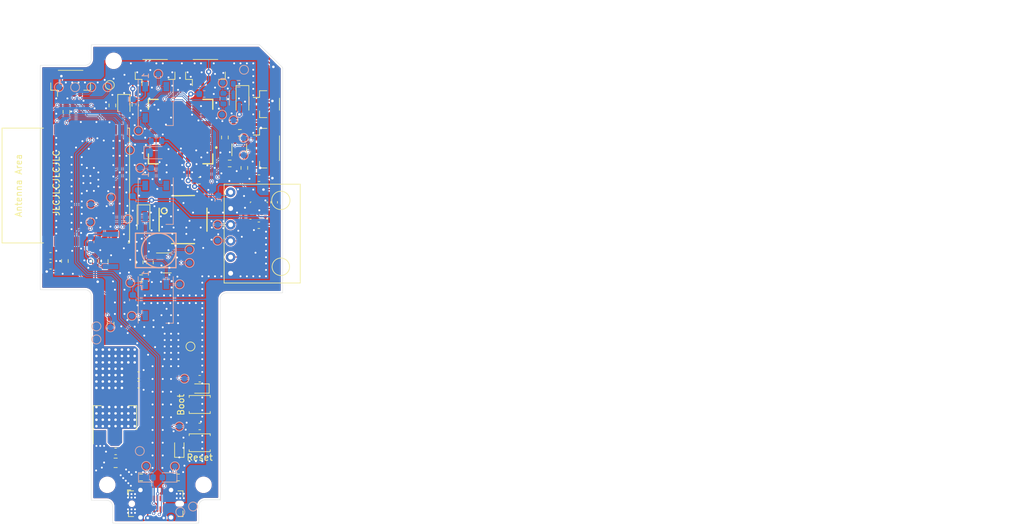
<source format=kicad_pcb>
(kicad_pcb (version 20221018) (generator pcbnew)
  (layers (0 "F.Cu" signal) (31 "B.Cu" signal) (34 "B.Paste" user) (35 "F.Paste" user) (36 "B.SilkS" user "B.Silkscreen") (37 "F.SilkS" user "F.Silkscreen") (38 "B.Mask" user) (39 "F.Mask" user) (44 "Edge.Cuts" user))
  (net 0 "")
  (net 1 "+5V")
  (net 2 "Net-(BZ101-+)")
  (net 3 "/~{RESET}")
  (net 4 "GND")
  (net 5 "+3.3V")
  (net 6 "/BRIGHT_VAL")
  (net 7 "/BOOT")
  (net 8 "/USB_D+")
  (net 9 "/USB_D-")
  (net 10 "Net-(D105-DOUT)")
  (net 11 "/WS2812_DI")
  (net 12 "Net-(D106-DOUT)")
  (net 13 "Net-(D107-DOUT)")
  (net 14 "Net-(D110-K)")
  (net 15 "Net-(D110-A)")
  (net 16 "Net-(X101-CC2)")
  (net 17 "Net-(X101-CC1)")
  (net 18 "/FAN")
  (net 19 "Net-(T102-G)")
  (net 20 "/BUZZER")
  (net 21 "Net-(T101-G)")
  (net 22 "/PM_RX")
  (net 23 "/I2C_SDA")
  (net 24 "/I2C_SCL")
  (net 25 "/TX")
  (net 26 "/PM_TX")
  (net 27 "/RX")
  (net 28 "/IR_OUT")
  (net 29 "/TXD0")
  (net 30 "/RXD0")
  (net 31 "Net-(D109-A)")
  (net 34 "Net-(D101-A2)")
  (net 35 "Net-(D102-A2)")
  (footprint "Diode_SMD:D_0603_1608Metric" (layer "F.Cu") (at 117 103.9 180)
    (fp_text reference "D102" hide)
    (fp_text value "CG0603MLC-05LE")
  )
  (footprint "Connector_JST:JST_SH_BM04B-SRSS-TB_1x04-1MP_P1.00mm_Vertical" (layer "F.Cu") (at 127.5 66.2 -90)
    (fp_text reference "X106" hide)
    (fp_text value "PM1006")
  )
  (footprint "MountingHole:MountingHole_2.2mm_M2" (layer "F.Cu") (at 103.5 52.5)
    (fp_text reference "REF**" hide)
    (fp_text value "MountingHole_2.2mm_M2" hide)
  )
  (footprint "Capacitor_SMD:C_0603_1608Metric" (layer "F.Cu") (at 117 102.35)
    (fp_text reference "C118" hide)
    (fp_text value "1n")
  )
  (footprint "Resistor_SMD:R_0603_1608Metric" (layer "F.Cu") (at 103.025 93.725 -90)
    (fp_text reference "R117" hide)
    (fp_text value "100R")
  )
  (footprint "Capacitor_SMD:C_0603_1608Metric" (layer "F.Cu") (at 116.95 71.3)
    (fp_text reference "C102" hide)
    (fp_text value "100n")
  )
  (footprint "Connector_JST:JST_SH_BM04B-SRSS-TB_1x04-1MP_P1.00mm_Vertical" (layer "F.Cu") (at 96.75 56)
    (fp_text reference "X108" hide)
    (fp_text value "UART")
  )
  (footprint "Resistor_SMD:R_0603_1608Metric" (layer "F.Cu") (at 123.3 63.8 180)
    (fp_text reference "R113" hide)
    (fp_text value "10k")
  )
  (footprint "Capacitor_SMD:C_0603_1608Metric" (layer "F.Cu") (at 126.3 70.9 180)
    (fp_text reference "C117" hide)
    (fp_text value "100n")
  )
  (footprint "Resistor_SMD:R_0603_1608Metric" (layer "F.Cu") (at 103.3 59.5 90)
    (fp_text reference "R115" hide)
    (fp_text value "470R")
  )
  (footprint "Capacitor_SMD:C_0805_2012Metric" (layer "F.Cu") (at 103.81 115.558)
    (fp_text reference "C105" hide)
    (fp_text value "22u")
  )
  (footprint "Resistor_SMD:R_0603_1608Metric" (layer "F.Cu") (at 120.95 64.525 90)
    (fp_text reference "R112" hide)
    (fp_text value "10k")
  )
  (footprint "Connector_JST:JST_SH_BM04B-SRSS-TB_1x04-1MP_P1.00mm_Vertical" (layer "F.Cu") (at 110 54.3)
    (fp_text reference "X102" hide)
    (fp_text value "WS2812")
  )
  (footprint "Resistor_SMD:R_0603_1608Metric" (layer "F.Cu") (at 121.7 68.6)
    (fp_text reference "R107" hide)
    (fp_text value "10k")
  )
  (footprint "footprint:SCD40DR2" (layer "F.Cu") (at 114 63.6 180)
    (fp_text reference "S104" hide)
    (fp_text value "SCD40" hide)
  )
  (footprint "Resistor_SMD:R_0603_1608Metric" (layer "F.Cu") (at 95.85 83.9 -90)
    (fp_text reference "R101" hide)
    (fp_text value "10k")
  )
  (footprint "Package_TO_SOT_SMD:SOT-223-3_TabPin2" (layer "F.Cu") (at 103.7084 108.5 90)
    (fp_text reference "S101" hide)
    (fp_text value "TLV76133DCYR")
  )
  (footprint "LED_SMD:LED_0805_2012Metric" (layer "F.Cu") (at 105.1 59.4625 -90)
    (fp_text reference "D110" hide)
    (fp_text value "blue")
  )
  (footprint "MountingHole:MountingHole_2.2mm_M2" (layer "F.Cu") (at 102.5 119)
    (fp_text reference "REF**" hide)
    (fp_text value "MountingHole_2.2mm_M2" hide)
  )
  (footprint "Resistor_SMD:R_0603_1608Metric" (layer "F.Cu") (at 109.1875 84.1 90)
    (fp_text reference "R108" hide)
    (fp_text value "10k")
  )
  (footprint "Capacitor_SMD:C_0603_1608Metric" (layer "F.Cu") (at 128.675 74.6875 90)
    (fp_text reference "C120" hide)
    (fp_text value "100n")
  )
  (footprint "Resistor_SMD:R_0603_1608Metric" (layer "F.Cu") (at 100.6 83.9 -90)
    (fp_text reference "R111" hide)
    (fp_text value "1.2k")
  )
  (footprint "PCM_Espressif:ESP32-C3-WROOM-02" (layer "F.Cu") (at 99 72.06 90)
    (fp_text reference "S102" hide)
    (fp_text value "ESP32-C3-WROOM-02")
  )
  (footprint "Package_TO_SOT_SMD:SOT-363_SC-70-6" (layer "F.Cu") (at 123.2 66.2 90)
    (fp_text reference "TN101" hide)
    (fp_text value "FDG1024NZ")
  )
  (footprint "Diode_SMD:D_SOD-123F" (layer "F.Cu") (at 123.7 58.6 -90)
    (fp_text reference "D109" hide)
    (fp_text value "NRVS1MFL")
  )
  (footprint "MountingHole:MountingHole_2.2mm_M2" (layer "F.Cu") (at 117.6 119)
    (fp_text reference "REF**" hide)
    (fp_text value "MountingHole_2.2mm_M2" hide)
  )
  (footprint "Resistor_SMD:R_0603_1608Metric" (layer "F.Cu") (at 96.1 60.5 90)
    (fp_text reference "R118" hide)
    (fp_text value "10k")
  )
  (footprint "Connector_USB:USB_C_Receptacle_GCT_USB4115-03-C" (layer "F.Cu") (at 110.1 121.965)
    (fp_text reference "X101" hide)
    (fp_text value "USB_C" hide)
  )
  (footprint "Resistor_SMD:R_0603_1608Metric" (layer "F.Cu") (at 107.8 86.6)
    (fp_text reference "R116" hide)
    (fp_text value "100R")
  )
  (footprint "Resistor_SMD:R_0603_1608Metric" (layer "F.Cu") (at 107.5875 84.1 90)
    (fp_text reference "R106" hide)
    (fp_text value "10R")
  )
  (footprint "Package_LGA:Bosch_LGA-8_2.5x2.5mm_P0.65mm_ClockwisePinNumbering" (layer "F.Cu") (at 126.275 75.9875 90)
    (fp_text reference "S106" hide)
    (fp_text value "BME280")
  )
  (footprint "TestPoint:TestPoint_Pad_D1.0mm" (layer "F.Cu") (at 102.9 56.3)
    (fp_text reference "P113")
    (fp_text value "TestPoint_Small" hide)
  )
  (footprint "Capacitor_SMD:C_0603_1608Metric" (layer "F.Cu") (at 107.4168 101.7912 180)
    (fp_text reference "C108" hide)
    (fp_text value "22u")
  )
  (footprint "Resistor_SMD:R_0603_1608Metric" (layer "F.Cu") (at 107.8 117.844)
    (fp_text reference "R103" hide)
    (fp_text value "5.1k")
  )
  (footprint "footprint:module_bme280" (layer "F.Cu") (at 126.927 85.569)
    (fp_text reference "S105" hide)
    (fp_text value "BME280")
  )
  (footprint "Capacitor_SMD:C_0603_1608Metric" (layer "F.Cu") (at 106.9 59.475 -90)
    (fp_text reference "C110" hide)
    (fp_text value "100n")
  )
  (footprint "Capacitor_SMD:C_0603_1608Metric" (layer "F.Cu") (at 117 109.85)
    (fp_text reference "C101" hide)
    (fp_text value "1n")
  )
  (footprint "Diode_SMD:D_SOD-123F" (layer "F.Cu") (at 108.1875 77.3 -90)
    (fp_text reference "D108" hide)
    (fp_text value "NRVS1MFL")
  )
  (footprint "Package_TO_SOT_SMD:SOT-23" (layer "F.Cu") (at 111.8875 84.2)
    (fp_text reference "T101" hide)
    (fp_text value "BSS138")
  )
  (footprint "Button_Switch_SMD:SW_SPST_B3U-1000P" (layer "F.Cu") (at 117 112.4 180)
    (fp_text reference "SW101" hide)
    (fp_text value "reset")
  )
  (footprint "footprint:CMT752580SMTTR" (layer "F.Cu") (at 114.3875 77.4)
    (fp_text reference "BZ101" hide)
    (fp_text value "Buzzer" hide)
  )
  (footprint "Resistor_SMD:R_0603_1608Metric" (layer "F.Cu") (at 124 69.3 -90)
    (fp_text reference "R114" hide)
    (fp_text value "10k")
  )
  (footprint "Capacitor_SMD:C_0603_1608Metric" (layer "F.Cu") (at 126.275 78.2875 180)
    (fp_text reference "C119" hide)
    (fp_text value "100n")
  )
  (footprint "TestPoint:TestPoint_Pad_D1.0mm" (layer "F.Cu") (at 115.55 97.3)
    (fp_text reference "P114")
    (fp_text value "TestPoint_Small" hide)
  )
  (footprint "Connector_JST:JST_SH_BM04B-SRSS-TB_1x04-1MP_P1.00mm_Vertical" (layer "F.Cu") (at 117.9 54.3)
    (fp_text reference "X107" hide)
    (fp_text value "I2C")
  )
  (footprint "Resistor_SMD:R_0603_1608Metric" (layer "F.Cu") (at 113.589 117.844 180)
    (fp_text reference "R102" hide)
    (fp_text value "5.1k")
  )
  (footprint "Connector_JST:JST_SH_BM02B-SRSS-TB_1x02-1MP_P1.00mm_Vertical" (layer "F.Cu") (at 127.5 59.3 -90)
    (fp_text reference "X105" hide)
    (fp_text value "Fan")
  )
  (footprint "Capacitor_SMD:C_0603_1608Metric" (layer "F.Cu") (at 103.81 113.758)
    (fp_text reference "C106" hide)
    (fp_text value "100n")
  )
  (footprint "Button_Switch_SMD:SW_SPST_B3U-1000P" (layer "F.Cu") (at 117 106.4 180)
    (fp_text reference "SW102" hide)
    (fp_text value "boot")
  )
  (footprint "Capacitor_SMD:C_0603_1608Metric" (layer "F.Cu") (at 93.6 83.1)
    (fp_text reference "C112" hide)
    (fp_text value "2.2u")
  )
  (footprint "Capacitor_SMD:C_0603_1608Metric" (layer "F.Cu") (at 93.6 84.65)
    (fp_text reference "C111" hide)
    (fp_text value "100n")
  )
  (footprint "Resistor_SMD:R_0603_1608Metric" (layer "F.Cu") (at 102.1 83.9 -90)
    (fp_text reference "R110" hide)
    (fp_text value "1.2k")
  )
  (footprint "Diode_SMD:D_0603_1608Metric" (layer "F.Cu") (at 113.8 113.2 90)
    (fp_text reference "D101" hide)
    (fp_text value "CG0603MLC-05LE")
  )
  (footprint "Capacitor_SMD:C_0603_1608Metric" (layer "F.Cu") (at 107.4168 103.2912 180)
    (fp_text reference "C109" hide)
    (fp_text value "100n")
  )
  (footprint "TestPoint:TestPoint_Pad_D1.0mm" (layer "B.Cu") (at 100 56.63)
    (fp_text reference "P118" hide)
    (fp_text value "TestPoint_Small" hide)
  )
  (footprint "Capacitor_SMD:C_0603_1608Metric" (layer "B.Cu") (at 106.5 59.3 -90)
    (fp_text reference "C107" hide)
    (fp_text value "100n")
  )
  (footprint "TestPoint:TestPoint_Pad_D1.0mm" (layer "B.Cu") (at 100.8 94.15 180)
    (fp_text reference "P135" hide)
    (fp_text value "TestPoint_Small" hide)
  )
  (footprint "TestPoint:TestPoint_Pad_D1.0mm" (layer "B.Cu") (at 102.54 56.63)
    (fp_text reference "P119" hide)
    (fp_text value "TestPoint_Small" hide)
  )
  (footprint "footprint:TSSP93038DF1PZA" (layer "B.Cu") (at 110.1 82.24 90)
    (fp_text reference "S103" hide)
    (fp_text value "TSSP93038DF1PZA" hide)
  )
  (footprint "TestPoint:TestPoint_Pad_D1.0mm" (layer "B.Cu") (at 107.65 69.3 180)
    (fp_text reference "P121" hide)
    (fp_text value "TestPoint_Small" hide)
  )
  (footprint "Capacitor_SMD:C_0603_1608Metric" (layer "B.Cu") (at 117.7 57.7)
    (fp_text reference "C114" hide)
    (fp_text value "100n")
  )
  (footprint "Resistor_SMD:R_0603_1608Metric" (layer "B.Cu") (at 120.7 58.425 90)
    (fp_text reference "R105" hide)
    (fp_text value "10R")
  )
  (footprint "Capacitor_SMD:C_0603_1608Metric" (layer "B.Cu") (at 119.9 74.4 -90)
    (fp_text reference "C116" hide)
    (fp_text value "100n")
  )
  (footprint "TestPoint:TestPoint_Pad_D1.0mm" (layer "B.Cu") (at 113.1 116.1 180)
    (fp_text reference "P105" hide)
    (fp_text value "TestPoint_Small" hide)
  )
  (footprint "TestPoint:TestPoint_Pad_D1.0mm" (layer "B.Cu") (at 115.95 122.4 180)
    (fp_text reference "P110" hide)
    (fp_text value "TestPoint_Small" hide)
  )
  (footprint "TestPoint:TestPoint_Pad_D1.0mm" (layer "B.Cu") (at 123.95 53.9 180)
    (fp_text reference "P115" hide)
    (fp_text value "TestPoint_Small" hide)
  )
  (footprint "Resistor_SMD:R_0603_1608Metric" (layer "B.Cu") (at 110.2 65.1)
    (fp_text reference "R104" hide)
    (fp_text value "47k")
  )
  (footprint "TestPoint:TestPoint_Pad_D1.0mm" (layer "B.Cu") (at 120.6 55.95 180)
    (fp_text reference "P129" hide)
    (fp_text value "TestPoint_Small" hide)
  )
  (footprint "TestPoint:TestPoint_Pad_D1.0mm" (layer "B.Cu") (at 103 94.3 180)
    (fp_text reference "P106" hide)
    (fp_text value "TestPoint_Small" hide)
  )
  (footprint "TestPoint:TestPoint_Pad_D1.0mm" (layer "B.Cu") (at 110.5 54.55 180)
    (fp_text reference "P112" hide)
    (fp_text value "TestPoint_Small" hide)
  )
  (footprint "TestPoint:TestPoint_Pad_D1.0mm" (layer "B.Cu") (at 94.92 56.63)
    (fp_text reference "P136" hide)
    (fp_text value "TestPoint_Small" hide)
  )
  (footprint "TestPoint:TestPoint_Pad_D1.0mm" (layer "B.Cu") (at 122.3 61.8 180)
    (fp_text reference "P130" hide)
    (fp_text value "TestPoint_Small" hide)
  )
  (footprint "TestPoint:TestPoint_Pad_D1.0mm" (layer "B.Cu") (at 105.75 77.3 180)
    (fp_text reference "P109" hide)
    (fp_text value "TestPoint_Small" hide)
  )
  (footprint "Diode_SMD:D_0603_1608Metric" (layer "B.Cu") (at 111.938 117.844 180)
    (fp_text reference "D104" hide)
    (fp_text value "CG0603MLC-05LE")
  )
  (footprint "TestPoint:TestPoint_Pad_D1.0mm" (layer "B.Cu") (at 97.46 56.63)
    (fp_text reference "P137" hide)
    (fp_text value "TestPoint_Small" hide)
  )
  (footprint "TestPoint:TestPoint_Pad_D1.0mm" (layer "B.Cu") (at 103.1 73.95 180)
    (fp_text reference "P122" hide)
    (fp_text value "TestPoint_Small" hide)
  )
  (footprint "TestPoint:TestPoint_Pad_D1.0mm" (layer "B.Cu") (at 99.95 75 180)
    (fp_text reference "P117" hide)
    (fp_text value "TestPoint_Small" hide)
  )
  (footprint "Capacitor_SMD:C_0603_1608Metric" (layer "B.Cu") (at 106.5 90 -90)
    (fp_text reference "C103" hide)
    (fp_text value "100n")
  )
  (footprint "Capacitor_SMD:C_0603_1608Metric" (layer "B.Cu") (at 99.9 80.9 -90)
    (fp_text reference "C113" hide)
    (fp_text value "100n")
  )
  (footprint "TestPoint:TestPoint_Pad_D1.0mm" (layer "B.Cu") (at 107.4 63.45 180)
    (fp_text reference "P107" hide)
    (fp_text value "TestPoint_Small" hide)
  )
  (footprint "TestPoint:TestPoint_Pad_D1.0mm" (layer "B.Cu") (at 123.9 64.6 180)
    (fp_text reference "P128" hide)
    (fp_text value "TestPoint_Small" hide)
  )
  (footprint "Package_TO_SOT_SMD:SOT-23" (layer "B.Cu") (at 123.2 58.8 -90)
    (fp_text reference "T102" hide)
    (fp_text value "BSS138")
  )
  (footprint "TestPoint:TestPoint_Pad_D1.0mm" (layer "B.Cu") (at 114.6 102.35 180)
    (fp_text reference "P102" hide)
    (fp_text value "TestPoint_Small" hide)
  )
  (footprint "TestPoint:TestPoint_Pad_D1.0mm" (layer "B.Cu") (at 108.6 116.05 180)
    (fp_text reference "P104" hide)
    (fp_text value "TestPoint_Small" hide)
  )
  (footprint "TestPoint:TestPoint_Pad_D1.0mm" (layer "B.Cu") (at 113.95 123.25 180)
    (fp_text reference "P134" hide)
    (fp_text value "TestPoint_Small" hide)
  )
  (footprint "LED_SMD:LED_0805_2012Metric_Pad1.15x1.40mm_HandSolder" (layer "B.Cu") (at 110.1 66.9)
    (fp_text reference "PD101" hide)
    (fp_text value "SFH 3716")
  )
  (footprint "TestPoint:TestPoint_Pad_D1.0mm" (layer "B.Cu") (at 106.05 66.5 180)
    (fp_text reference "P127" hide)
    (fp_text value "TestPoint_Small" hide)
  )
  (footprint "TestPoint:TestPoint_Pad_D1.0mm" (layer "B.Cu") (at 115.4 82.1 180)
    (fp_text reference "P132" hide)
    (fp_text value "TestPoint_Small" hide)
  )
  (footprint "LED_SMD:LED_WS2812B_PLCC4_5.0x5.0mm_P3.2mm" (layer "B.Cu") (at 110.1 90 -90)
    (fp_text reference "D105" hide)
    (fp_text value "WS2812B")
  )
  (footprint "TestPoint:TestPoint_Pad_D1.0mm" (layer "B.Cu") (at 115.4 84.2 180)
    (fp_text reference "P133" hide)
    (fp_text value "TestPoint_Small" hide)
  )
  (footprint "TestPoint:TestPoint_Pad_D1.0mm" (layer "B.Cu") (at 106.35 92.5 180)
    (fp_text reference "P120" hide)
    (fp_text value "TestPoint_Small" hide)
  )
  (footprint "LED_SMD:LED_WS2812B_PLCC4_5.0x5.0mm_P3.2mm" (layer "B.Cu") (at 110.1 74.5 -90)
    (fp_text reference "D106" hide)
    (fp_text value "WS2812B")
  )
  (footprint "TestPoint:TestPoint_Pad_D1.0mm" (layer "B.Cu") (at 113.85 87.55 180)
    (fp_text reference "P103" hide)
    (fp_text value "TestPoint_Small" hide)
  )
  (footprint "TestPoint:TestPoint_Pad_D1.0mm" (layer "B.Cu") (at 113.8 109.85 180)
    (fp_text reference "P101" hide)
    (fp_text value "TestPoint_Small" hide)
  )
  (footprint "LED_SMD:LED_WS2812B_PLCC4_5.0x5.0mm_P3.2mm" (layer "B.Cu") (at 110.1 59 -90)
    (fp_text reference "D107" hide)
    (fp_text value "WS2812B")
  )
  (footprint "TestPoint:TestPoint_Pad_D1.0mm" (layer "B.Cu") (at 107.6 113.7 180)
    (fp_text reference "P111" hide)
    (fp_text value "TestPoint_Small" hide)
  )
  (footprint "TestPoint:TestPoint_Pad_D1.0mm" (layer "B.Cu") (at 120.5 60.95 180)
    (fp_text reference "P108" hide)
    (fp_text value "TestPoint_Small" hide)
  )
  (footprint "TestPoint:TestPoint_Pad_D1.0mm" (layer "B.Cu") (at 100.8 96.2 180)
    (fp_text reference "P116" hide)
    (fp_text value "TestPoint_Small" hide)
  )
  (footprint "TestPoint:TestPoint_Pad_D1.0mm" (layer "B.Cu") (at 119.8 78.2 180)
    (fp_text reference "P124" hide)
    (fp_text value "TestPoint_Small" hide)
  )
  (footprint "TestPoint:TestPoint_Pad_D1.0mm" (layer "B.Cu") (at 99.85 77.8 180)
    (fp_text reference "P123" hide)
    (fp_text value "TestPoint_Small" hide)
  )
  (footprint "TestPoint:TestPoint_Pad_D1.0mm" (layer "B.Cu") (at 123.9 67.3 180)
    (fp_text reference "P131" hide)
    (fp_text value "TestPoint_Small" hide)
  )
  (footprint "Diode_SMD:D_0603_1608Metric" (layer "B.Cu") (at 108.89 117.844)
    (fp_text reference "D103" hide)
    (fp_text value "CG0603MLC-05LE")
  )
  (footprint "Resistor_SMD:R_0603_1608Metric" (layer "B.Cu") (at 123.1 56.1 180)
    (fp_text reference "R109" hide)
    (fp_text value "10k")
  )
  (footprint "Capacitor_SMD:C_0603_1608Metric" (layer "B.Cu") (at 106.5 74.5 -90)
    (fp_text reference "C104" hide)
    (fp_text value "100n")
  )
  (footprint "TestPoint:TestPoint_Pad_D1.0mm" (layer "B.Cu") (at 119.8 80.7 180)
    (fp_text reference "P125" hide)
    (fp_text value "TestPoint_Small" hide)
  )
  (footprint "Capacitor_SMD:C_0603_1608Metric" (layer "B.Cu") (at 110.15 69.3)
    (fp_text reference "C115" hide)
    (fp_text value "100n")
  )
  (footprint "TestPoint:TestPoint_Pad_D1.0mm" (layer "B.Cu") (at 106.1 87.3 180)
    (fp_text reference "P126" hide)
    (fp_text value "TestPoint_Small" hide)
  )
  (gr_line (start 103.34 122.4) (end 103.34 125) (stroke (width 0.05)) (layer "Edge.Cuts"))
  (gr_arc (start 100 52.2) (mid 99.707107 52.907106) (end 99 53.2) (stroke (width 0.05)) (layer "Edge.Cuts"))
  (gr_line (start 120.2 89.9) (end 120.2 121.35) (stroke (width 0.05)) (layer "Edge.Cuts"))
  (gr_line (start 99 88.4) (end 92 88.4) (stroke (width 0.05)) (layer "Edge.Cuts"))
  (gr_line (start 100 121.4) (end 102.34 121.4) (stroke (width 0.05)) (layer "Edge.Cuts"))
  (gr_line (start 116.84 125) (end 116.84 122.35) (stroke (width 0.05)) (layer "Edge.Cuts"))
  (gr_line (start 100 50) (end 126.4 50) (stroke (width 0.05)) (layer "Edge.Cuts"))
  (gr_line (start 126.4 50) (end 130 53.55) (stroke (width 0.05)) (layer "Edge.Cuts"))
  (gr_arc (start 99 88.4) (mid 99.707106 88.692893) (end 100 89.4) (stroke (width 0.05)) (layer "Edge.Cuts"))
  (gr_line (start 100 50) (end 100 52.2) (stroke (width 0.05)) (layer "Edge.Cuts"))
  (gr_arc (start 102.34 121.4) (mid 103.047106 121.692893) (end 103.34 122.4) (stroke (width 0.05)) (layer "Edge.Cuts"))
  (gr_line (start 99 53.2) (end 92 53.2) (stroke (width 0.05)) (layer "Edge.Cuts"))
  (gr_line (start 130 88.9) (end 121.2 88.9) (stroke (width 0.05)) (layer "Edge.Cuts"))
  (gr_line (start 117.84 121.35) (end 120.2 121.35) (stroke (width 0.05)) (layer "Edge.Cuts"))
  (gr_arc (start 116.84 122.35) (mid 117.132893 121.642894) (end 117.84 121.35) (stroke (width 0.05)) (layer "Edge.Cuts"))
  (gr_arc (start 120.2 89.9) (mid 120.492893 89.192894) (end 121.2 88.9) (stroke (width 0.05)) (layer "Edge.Cuts"))
  (gr_line (start 103.34 125) (end 116.84 125) (stroke (width 0.05)) (layer "Edge.Cuts"))
  (gr_line (start 100 89.4) (end 100 121.4) (stroke (width 0.05)) (layer "Edge.Cuts"))
  (gr_line (start 92 53.2) (end 92 88.4) (stroke (width 0.05)) (layer "Edge.Cuts"))
  (gr_line (start 130 53.55) (end 130 88.9) (stroke (width 0.05)) (layer "Edge.Cuts"))
  (gr_text "JLCJLCJLCJLC" (at 95.1 76.9 90) (layer "F.SilkS") (effects (font (size 1 1)) (justify left bottom)))
  (segment (start 108.1875 75.6125) (end 109.45 74.35) (width 0.2032) (layer "F.Cu") (net 1))
  (segment (start 111.35 122.8) (end 111.35 124.2005) (width 0.2) (layer "F.Cu") (net 1))
  (segment (start 106.5024 58.3024) (end 106.9 58.7) (width 0.2) (layer "F.Cu") (net 1))
  (segment (start 104.585 113.758) (end 104.76 113.933) (width 0.2) (layer "F.Cu") (net 1))
  (segment (start 108.1875 75.9) (end 108.1875 75.6125) (width 0.2032) (layer "F.Cu") (net 1))
  (segment (start 106.0084 113.3156) (end 106.0084 111.65) (width 0.2) (layer "F.Cu") (net 1))
  (segment (start 106.693352 118.75) (end 104.76 116.816648) (width 0.2) (layer "F.Cu") (net 1))
  (segment (start 108.85 119.4) (end 108.2 118.75) (width 0.2) (layer "F.Cu") (net 1))
  (segment (start 109.45 51.9) (end 127 51.9) (width 0.2) (layer "F.Cu") (net 1))
  (segment (start 121.9 61.95) (end 120.95 62.9) (width 0.2) (layer "F.Cu") (net 1))
  (segment (start 127.25 67.359448) (end 126.590552 66.7) (width 0.2) (layer "F.Cu") (net 1))
  (segment (start 127.075 70.9) (end 126.3 70.125) (width 0.2) (layer "F.Cu") (net 1))
  (segment (start 108.5 55.625) (end 106.875 55.625) (width 0.2) (layer "F.Cu") (net 1))
  (segment (start 108.846313 124.20057) (end 108.846313 122.803687) (width 0.2) (layer "F.Cu") (net 1))
  (segment (start 106.5024 55.9976) (end 106.5024 56.884) (width 0.2) (layer "F.Cu") (net 1))
  (segment (start 127 51.9) (end 128.55 53.45) (width 0.2) (layer "F.Cu") (net 1))
  (segment (start 108.846313 122.803687) (end 108.85 122.8) (width 0.2) (layer "F.Cu") (net 1))
  (segment (start 128.4 59.615256) (end 126.065256 61.95) (width 0.2) (layer "F.Cu") (net 1))
  (segment (start 127.075 70.9) (end 127.25 70.725) (width 0.2) (layer "F.Cu") (net 1))
  (segment (start 106.875 55.625) (end 106.5024 55.9976) (width 0.2) (layer "F.Cu") (net 1))
  (segment (start 127.25 70.725) (end 127.25 67.359448) (width 0.2) (layer "F.Cu") (net 1))
  (segment (start 104.76 113.933) (end 104.76 115.558) (width 0.2) (layer "F.Cu") (net 1))
  (segment (start 120.95 62.9) (end 120.95 63.7) (width 0.2) (layer "F.Cu") (net 1))
  (segment (start 105.566 113.758) (end 106.0084 113.3156) (width 0.2) (layer "F.Cu") (net 1))
  (segment (start 126.3 70.125) (end 124 70.125) (width 0.2) (layer "F.Cu") (net 1))
  (segment (start 106.5024 56.884) (end 106.5024 58.3024) (width 0.2) (layer "F.Cu") (net 1))
  (segment (start 111.3125 74.35) (end 109.45 74.35) (width 0.2032) (layer "F.Cu") (net 1))
  (segment (start 108.5 55.625) (end 108.5 52.85) (width 0.2) (layer "F.Cu") (net 1))
  (segment (start 125.3 58.8) (end 123.7 57.2) (width 0.2) (layer "F.Cu") (net 1))
  (segment (start 126.590552 66.7) (end 126.175 66.7) (width 0.2) (layer "F.Cu") (net 1))
  (segment (start 108.85 122.8) (end 108.85 121.13) (width 0.2) (layer "F.Cu") (net 1))
  (segment (start 108.85 121.13) (end 108.85 119.4) (width 0.2) (layer "F.Cu") (net 1))
  (segment (start 126.175 58.8) (end 125.3 58.8) (width 0.2) (layer "F.Cu") (net 1))
  (segment (start 126.065256 61.95) (end 121.9 61.95) (width 0.2) (layer "F.Cu") (net 1))
  (segment (start 108.2 118.75) (end 106.693352 118.75) (width 0.2) (layer "F.Cu") (net 1))
  (segment (start 108.5 52.85) (end 109.45 51.9) (width 0.2) (layer "F.Cu") (net 1))
  (segment (start 111.35 121.13) (end 111.35 122.8) (width 0.2) (layer "F.Cu") (net 1))
  (segment (start 126.175 58.8) (end 128.4 58.8) (width 0.2) (layer "F.Cu") (net 1))
  (segment (start 105 115.798) (end 104.76 115.558) (width 0.2) (layer "F.Cu") (net 1))
  (segment (start 104.76 116.816648) (end 104.76 115.558) (width 0.2) (layer "F.Cu") (net 1))
  (segment (start 105.566 113.758) (end 104.585 113.758) (width 0.2) (layer "F.Cu") (net 1))
  (segment (start 128.4 58.8) (end 128.4 59.615256) (width 0.2) (layer "F.Cu") (net 1))
  (segment (start 127.075 70.9) (end 128.4 70.9) (width 0.2) (layer "F.Cu") (net 1))
  (via (at 128.55 53.45) (size 0.8) (drill 0.4) (layers "F.Cu" "B.Cu") (net 1))
  (via (at 128.4 58.8) (size 0.8) (drill 0.4) (layers "F.Cu" "B.Cu") (net 1))
  (via (at 109.45 74.35) (size 0.8) (drill 0.4) (layers "F.Cu" "B.Cu") (net 1))
  (via (at 108.846313 124.20057) (size 0.8) (drill 0.4) (layers "F.Cu" "B.Cu") (net 1))
  (via (at 111.35 124.2005) (size 0.8) (drill 0.4) (layers "F.Cu" "B.Cu") (net 1))
  (via (at 106.5024 56.884) (size 0.8) (drill 0.4) (layers "F.Cu" "B.Cu") (net 1))
  (via (at 128.4 70.9) (size 0.8) (drill 0.4) (layers "F.Cu" "B.Cu") (net 1))
  (segment (start 109.35 74.35) (end 109.45 74.35) (width 0.2) (layer "B.Cu") (net 1))
  (segment (start 106.5 58.525) (end 107.9094 58.525) (width 0.2) (layer "B.Cu") (net 1))
  (segment (start 106.5 89.225) (end 106.475 89.2) (width 0.2) (layer "B.Cu") (net 1))
  (segment (start 109.45 74.35) (end 107.125 74.35) (width 0.2) (layer "B.Cu") (net 1))
  (segment (start 115.6 76.95) (end 128.4 76.95) (width 0.2) (layer "B.Cu") (net 1))
  (segment (start 109.45 74.35) (end 113 74.35) (width 0.2) (layer "B.Cu") (net 1))
  (segment (start 106.5 89.225) (end 106.5 88.1) (width 0.2) (layer "B.Cu") (net 1))
  (segment (start 106.625 89.225) (end 106.5 89.225) (width 0.2) (layer "B.Cu") (net 1))
  (segment (start 108.45 72.05) (end 106.85 72.05) (width 0.2) (layer "B.Cu") (net 1))
  (segment (start 106.5024 58.5226) (end 106.5 58.525) (width 0.2) (layer "B.Cu") (net 1))
  (segment (start 107.05 87.55) (end 108.45 87.55) (width 0.2) (layer "B.Cu") (net 1))
  (segment (start 106.5 73.725) (end 106.488 73.737) (width 0.2) (layer "B.Cu") (net 1))
  (segment (start 106.5 88.1) (end 107.05 87.55) (width 0.2) (layer "B.Cu") (net 1))
  (segment (start 115.45 76.8) (end 115.6 76.95) (width 0.2) (layer "B.Cu") (net 1))
  (segment (start 108.45 57.9844) (end 108.45 56.55) (width 0.2) (layer "B.Cu") (net 1))
  (segment (start 107.3 89.9) (end 106.625 89.225) (width 0.2) (layer "B.Cu") (net 1))
  (segment (start 107.125 74.35) (end 106.5 73.725) (width 0.2) (layer "B.Cu") (net 1))
  (segment (start 108.846383 124.2005) (end 108.846313 124.20057) (width 0.2) (layer "B.Cu") (net 1))
  (segment (start 107.9094 58.525) (end 108.45 57.9844) (width 0.2) (layer "B.Cu") (net 1))
  (segment (start 106.5 72.4) (end 106.5 73.725) (width 0.2) (layer "B.Cu") (net 1))
  (segment (start 106.5024 56.884) (end 106.5024 58.5226) (width 0.2) (layer "B.Cu") (net 1))
  (segment (start 111.35 124.2005) (end 108.846383 124.2005) (width 0.2) (layer "B.Cu") (net 1))
  (segment (start 113 74.35) (end 115.45 76.8) (width 0.2) (layer "B.Cu") (net 1))
  (segment (start 106.85 72.05) (end 106.5 72.4) (width 0.2) (layer "B.Cu") (net 1))
  (segment (start 118.6 89.9) (end 107.3 89.9) (width 0.2) (layer "B.Cu") (net 1))
  (segment (start 108.8 80.5) (end 111.3125 80.5) (width 0.2032) (layer "F.Cu") (net 2))
  (segment (start 108.1875 78.7) (end 108.1875 79.8875) (width 0.2032) (layer "F.Cu") (net 2))
  (segment (start 112.825 82.0125) (end 111.3125 80.5) (width 0.2032) (layer "F.Cu") (net 2))
  (segment (start 112.825 84.2) (end 114.1 84.2) (width 0.2032) (layer "F.Cu") (net 2))
  (segment (start 112.825 84.2) (end 112.825 82.0125) (width 0.2032) (layer "F.Cu") (net 2))
  (segment (start 108.1875 79.8875) (end 108.8 80.5) (width 0.2032) (layer "F.Cu") (net 2))
  (via (at 114.1 84.2) (size 0.5) (drill 0.3) (layers "F.Cu" "B.Cu") (net 2))
  (segment (start 114.1 84.2) (end 115.4 84.2) (width 0.2032) (layer "B.Cu") (net 2))
  (segment (start 95.5 82.15) (end 95 82.15) (width 0.127) (layer "F.Cu") (net 3))
  (segment (start 95.85 82.5) (end 95.5 82.15) (width 0.127) (layer "F.Cu") (net 3))
  (segment (start 96.5 83.65) (end 96 83.65) (width 0.127) (layer "F.Cu") (net 3))
  (segment (start 96.9 84.85921) (end 96.9 84.05) (width 0.127) (layer "F.Cu") (net 3))
  (segment (start 94.6 81.75) (end 94.6 80.81) (width 0.127) (layer "F.Cu") (net 3))
  (segment (start 101.524 88.324) (end 100.36479 88.324) (width 0.127) (layer "F.Cu") (net 3))
  (segment (start 95 82.15) (end 94.6 81.75) (width 0.127) (layer "F.Cu") (net 3))
  (segment (start 102.5125 92.3875) (end 102.4 92.275) (width 0.127) (layer "F.Cu") (net 3))
  (segment (start 100.36479 88.324) (end 96.9 84.85921) (width 0.127) (layer "F.Cu") (net 3))
  (segment (start 102.4 89.2) (end 101.524 88.324) (width 0.127) (layer "F.Cu") (net 3))
  (segment (start 103.025 92.9) (end 102.5125 92.3875) (width 0.127) (layer "F.Cu") (net 3))
  (segment (start 102.4 92.275) (end 102.4 89.2) (width 0.127) (layer "F.Cu") (net 3))
  (segment (start 95.85 83.5) (end 95.85 83.075) (width 0.127) (layer "F.Cu") (net 3))
  (segment (start 96 83.65) (end 95.85 83.5) (width 0.127) (layer "F.Cu") (net 3))
  (segment (start 96.9 84.05) (end 96.5 83.65) (width 0.127) (layer "F.Cu") (net 3))
  (segment (start 95.85 83.075) (end 95.85 82.5) (width 0.127) (layer "F.Cu") (net 3))
  (via (at 102.5125 92.3875) (size 0.5) (drill 0.3) (layers "F.Cu" "B.Cu") (net 3))
  (segment (start 103 92.875) (end 102.5125 92.3875) (width 0.127) (layer "B.Cu") (net 3))
  (segment (start 103 94.3) (end 103 92.875) (width 0.127) (layer "B.Cu") (net 3))
  (segment (start 108.2006 101.8) (end 108.1918 101.7912) (width 0.2) (layer "F.Cu") (net 4))
  (segment (start 107.25 76.75) (end 110.75 76.75) (width 0.127) (layer "F.Cu") (net 4))
  (segment (start 112.7 79.65) (end 112.7 79.7) (width 0.127) (layer "F.Cu") (net 4))
  (segment (start 97.154 84.754) (end 97.154 82.454) (width 0.127) (layer "F.Cu") (net 4))
  (segment (start 112.4095 79.4095) (end 109.7595 79.4095) (width 0.127) (layer "F.Cu") (net 4))
  (segment (start 103 88.3) (end 102.77 88.07) (width 0.127) (layer "F.Cu") (net 4))
  (segment (start 99.607178 88.032178) (end 100.375 88.8) (width 0.127) (layer "F.Cu") (net 4))
  (segment (start 107.7 124.115) (end 107.615 124.2) (width 0.5) (layer "F.Cu") (net 4))
  (segment (start 102.802 115.5) (end 102.86 115.558) (width 0.2) (layer "F.Cu") (net 4))
  (segment (start 100.47 88.07) (end 97.154 84.754) (width 0.127) (layer "F.Cu") (net 4))
  (segment (start 126.2 62.45) (end 122.65 62.45) (width 0.127) (layer "F.Cu") (net 4))
  (segment (start 102.3 113.8) (end 102.993 113.8) (width 0.2) (layer "F.Cu") (net 4))
  (segment (start 127.55 61.1) (end 126.2 62.45) (width 0.127) (layer "F.Cu") (net 4))
  (segment (start 109.7595 79.4095) (end 109.45 79.1) (width 0.127) (layer "F.Cu") (net 4))
  (segment (start 97.154 82.454) (end 97 82.3) (width 0.127) (layer "F.Cu") (net 4))
  (segment (start 121.7 63.4) (end 121.7 64.4) (width 0.127) (layer "F.Cu") (net 4))
  (segment (start 124.6 61.5) (end 125.35 60.75) (width 0.127) (layer "F.Cu") (net 4))
  (segment (start 108.2006 103.3) (end 108.1918 103.2912) (width 0.2) (layer "F.Cu") (net 4))
  (segment (start 110.75 76.75) (end 110.9 76.9) (width 0.127) (layer "F.Cu") (net 4))
  (segment (start 102 115.5) (end 102.802 115.5) (width 0.2) (layer "F.Cu") (net 4))
  (segment (start 122.65 62.45) (end 121.7 63.4) (width 0.127) (layer "F.Cu") (net 4))
  (segment (start 112.65 79.65) (end 112.4095 79.4095) (width 0.127) (layer "F.Cu") (net 4))
  (segment (start 102.77 88.07) (end 100.47 88.07) (width 0.127) (layer "F.Cu") (net 4))
  (segment (start 112.7 79.65) (end 112.65 79.65) (width 0.127) (layer "F.Cu") (net 4))
  (segment (start 106.5 76) (end 107.25 76.75) (width 0.127) (layer "F.Cu") (net 4))
  (segment (start 112.5 61.4) (end 112.1595 61.0595) (width 0.127) (layer "F.Cu") (net 4))
  (segment (start 116.225 67.675) (end 116.3 67.6) (width 0.2) (layer "F.Cu") (net 4))
  (segment (start 99.032178 88.032178) (end 99.607178 88.032178) (width 0.127) (layer "F.Cu") (net 4))
  (segment (start 112.1595 58.4905) (end 113.6 57.05) (width 0.127) (layer "F.Cu") (net 4))
  (segment (start 114.45 56.2) (end 115.6 56.2) (width 0.127) (layer "F.Cu") (net 4))
  (segment (start 113.6 57.05) (end 114.45 56.2) (width 0.127) (layer "F.Cu") (net 4))
  (segment (start 121.9 61.5) (end 124.6 61.5) (width 0.127) (layer "F.Cu") (net 4))
  (segment (start 102.993 113.8) (end 103.035 113.758) (width 0.2) (layer "F.Cu") (net 4))
  (segment (start 112.1595 61.0595) (end 112.1595 58.4905) (width 0.127) (layer "F.Cu") (net 4))
  (segment (start 128.7 61.1) (end 127.55 61.1) (width 0.127) (layer "F.Cu") (net 4))
  (via (at 113.65 99.3) (size 0.5) (drill 0.3) (layers "F.Cu" "B.Cu") (net 4))
  (via (at 114.05 66.25) (size 0.5) (drill 0.3) (layers "F.Cu" "B.Cu") (net 4))
  (via (at 98.4 77.9) (size 0.5) (drill 0.3) (layers "F.Cu" "B.Cu") (net 4))
  (via (at 103.45 67.4) (size 0.5) (drill 0.3) (layers "F.Cu" "B.Cu") (net 4))
  (via (at 127.4 83.3) (size 0.5) (drill 0.3) (layers "F.Cu" "B.Cu") (net 4))
  (via (at 111.8 91.4) (size 0.5) (drill 0.3) (layers "F.Cu" "B.Cu") (net 4))
  (via (at 117.4 101.3) (size 0.5) (drill 0.3) (layers "F.Cu" "B.Cu") (net 4))
  (via (at 94.5 60.8) (size 0.5) (drill 0.3) (layers "F.Cu" "B.Cu") (net 4))
  (via (at 112.5 102.4) (size 0.5) (drill 0.3) (layers "F.Cu" "B.Cu") (net 4))
  (via (at 114.5 120.4) (size 0.5) (drill 0.3) (layers "F.Cu" "B.Cu") (net 4))
  (via (at 99.52 84.97) (size 0.5) (drill 0.3) (layers "F.Cu" "B.Cu") (net 4))
  (via (at 98.773189 58.765057) (size 0.5) (drill 0.3) (layers "F.Cu" "B.Cu") (net 4))
  (via (at 108.2 104.1) (size 0.5) (drill 0.3) (layers "F.Cu" "B.Cu") (net 4))
  (via (at 127.4 86.3) (size 0.5) (drill 0.3) (layers "F.Cu" "B.Cu") (net 4))
  (via (at 127.4 79.3) (size 0.5) (drill 0.3) (layers "F.Cu" "B.Cu") (net 4))
  (via (at 109.2 85.6) (size 0.5) (drill 0.3) (layers "F.Cu" "B.Cu") (net 4))
  (via (at 94.5 77.6) (size 0.5) (drill 0.3) (layers "F.Cu" "B.Cu") (net 4))
  (via (at 104.6 117.5) (size 0.5) (drill 0.3) (layers "F.Cu" "B.Cu") (net 4))
  (via (at 94.5 64.6) (size 0.5) (drill 0.3) (layers "F.Cu" "B.Cu") (net 4))
  (via (at 114.9 79.65) (size 0.5) (drill 0.3) (layers "F.Cu" "B.Cu") (net 4))
  (via (at 111.5 95.3) (size 0.5) (drill 0.3) (layers "F.Cu" "B.Cu") (net 4))
  (via (at 117.25 67.65) (size 0.5) (drill 0.3) (layers "F.Cu" "B.Cu") (net 4))
  (via (at 99.3 72.9) (size 0.5) (drill 0.3) (layers "F.Cu" "B.Cu") (net 4))
  (via (at 114.45 113.2) (size 0.5) (drill 0.3) (layers "F.Cu" "B.Cu") (net 4))
  (via (at 119.2 52.9) (size 0.5) (drill 0.3) (layers "F.Cu" "B.Cu") (net 4))
  (via (at 111.2 94.3) (size 0.5) (drill 0.3) (layers "F.Cu" "B.Cu") (net 4))
  (via (at 124.4 52.9) (size 0.5) (drill 0.3) (layers "F.Cu" "B.Cu") (net 4))
  (via (at 125.4 63.8) (size 0.5) (drill 0.3) (layers "F.Cu" "B.Cu") (net 4))
  (via (at 105.75 121) (size 0.5) (drill 0.3) (layers "F.Cu" "B.Cu") (net 4))
  (via (at 107.75 60.3) (size 0.5) (drill 0.3) (layers "F.Cu" "B.Cu") (net 4))
  (via (at 106.8 62.6) (size 0.5) (drill 0.3) (layers "F.Cu" "B.Cu") (net 4))
  (via (at 116.45 66.55) (size 0.5) (drill 0.3) (layers "F.Cu" "B.Cu") (net 4))
  (via (at 101.1 72.2) (size 0.5) (drill 0.3) (layers "F.Cu" "B.Cu") (net 4))
  (via (at 125.4 57.9) (size 0.5) (drill 0.3) (layers "F.Cu" "B.Cu") (net 4))
  (via (at 108.5 68.6) (size 0.5) (drill 0.3) (layers "F.Cu" "B.Cu") (net 4))
  (via (at 107.2 96.8) (size 0.5) (drill 0.3) (layers "F.Cu" "B.Cu") (net 4))
  (via (at 95.5 85.9) (size 0.5) (drill 0.3) (layers "F.Cu" "B.Cu") (net 4))
  (via (at 112.7 56.4) (size 0.5) (drill 0.3) (layers "F.Cu" "B.Cu") (net 4))
  (via (at 113.45 83.35) (size 0.5) (drill 0.3) (layers "F.Cu" "B.Cu") (net 4))
  (via (at 112.7 54.3) (size 0.5) (drill 0.3) (layers "F.Cu" "B.Cu") (net 4))
  (via (at 106.1 83.7) (size 0.5) (drill 0.3) (layers "F.Cu" "B.Cu") (net 4))
  (via (at 109.9 75.3) (size 0.5) (drill 0.3) (layers "F.Cu" "B.Cu") (net 4))
  (via (at 110.4 89.3) (size 0.5) (drill 0.3) (layers "F.Cu" "B.Cu") (net 4))
  (via (at 112.1 55.1) (size 0.5) (drill 0.3) (layers "F.Cu" "B.Cu") (net 4))
  (via (at 125.4 54.9) (size 0.5) (drill 0.3) (layers "F.Cu" "B.Cu") (net 4))
  (via (at 118.9 74.3) (size 0.5) (drill 0.3) (layers "F.Cu" "B.Cu") (net 4))
  (via (at 105.4 118.35) (size 0.5) (drill 0.3) (layers "F.Cu" "B.Cu") (net 4))
  (via (at 105.2 54.7) (size 0.5) (drill 0.3) (layers "F.Cu" "B.Cu") (net 4))
  (via (at 127.4 82.3) (size 0.5) (drill 0.3) (layers "F.Cu" "B.Cu") (net 4))
  (via (at 112.4 89.3) (size 0.5) (drill 0.3) (layers "F.Cu" "B.Cu") (net 4))
  (via (at 127.3 74.4) (size 0.5) (drill 0.3) (layers "F.Cu" "B.Cu") (net 4))
  (via (at 127.4 81.3) (size 0.5) (drill 0.3) (layers "F.Cu" "B.Cu") (net 4))
  (via (at 110.35 72.6) (size 0.5) (drill 0.3) (layers "F.Cu" "B.Cu") (net 4))
  (via (at 101 55.9) (size 0.5) (drill 0.3) (layers "F.Cu" "B.Cu") (net 4))
  (via (at 113.6 75.9) (size 0.5) (drill 0.3) (layers "F.Cu" "B.Cu") (net 4))
  (via (at 113.6 57.05) (size 0.5) (drill 0.3) (layers "F.Cu" "B.Cu") (net 4))
  (via (at 111.2 106.4) (size 0.5) (drill 0.3) (layers "F.Cu" "B.Cu") (net 4))
  (via (at 117.4 112.3) (size 0.5) (drill 0.3) (layers "F.Cu" "B.Cu") (net 4))
  (via (at 113.95 120.4) (size 0.5) (drill 0.3) (layers "F.Cu" "B.Cu") (net 4))
  (via (at 109.4 89.3) (size 0.5) (drill 0.3) (layers "F.Cu" "B.Cu") (net 4))
  (via (at 112.350386 116.923326) (size 0.5) (drill 0.3) (layers "F.Cu" "B.Cu") (net 4))
  (via (at 114.25 68.85) (size 0.5) (drill 0.3) (layers "F.Cu" "B.Cu") (net 4))
  (via (at 118.9 78.65) (size 0.5) (drill 0.3) (layers "F.Cu" "B.Cu") (net 4))
  (via (at 105.1 79.7) (size 0.5) (drill 0.3) (layers "F.Cu" "B.Cu") (net 4))
  (via (at 102.65 72.95) (size 0.5) (drill 0.3) (layers "F.Cu" "B.Cu") (net 4))
  (via (at 114.4 117) (size 0.5) (drill 0.3) (layers "F.Cu" "B.Cu") (net 4))
  (via (at 117.4 91.3) (size 0.5) (drill 0.3) (layers "F.Cu" "B.Cu") (net 4))
  (via (at 98.4 81.95) (size 0.5) (drill 0.3) (layers "F.Cu" "B.Cu") (net 4))
  (via (at 109.6 116.35) (size 0.5) (drill 0.3) (layers "F.Cu" "B.Cu") (net 4))
  (via (at 100.5 59.95) (size 0.5) (drill 0.3) (layers "F.Cu" "B.Cu") (net 4))
  (via (at 124.1 58.9) (size 0.5) (drill 0.3) (layers "F.Cu" "B.Cu") (net 4))
  (via (at 116.4 90.5) (size 0.5) (drill 0.3) (layers "F.Cu" "B.Cu") (net 4))
  (via (at 114.6 116) (size 0.5) (drill 0.3) (layers "F.Cu" "B.Cu") (net 4))
  (via (at 109.5 56.7) (size 0.5) (drill 0.3) (layers "F.Cu" "B.Cu") (net 4))
  (via (at 120.65 76.3) (size 0.5) (drill 0.3) (layers "F.Cu" "B.Cu") (net 4))
  (via (at 113.65 98.3) (size 0.5) (drill 0.3) (layers "F.Cu" "B.Cu") (net 4))
  (via (at 117.4 111.3) (size 0.5) (drill 0.3) (layers "F.Cu" "B.Cu") (net 4))
  (via (at 105.85 56.05) (size 0.5) (drill 0.3) (layers "F.Cu" "B.Cu") (net 4))
  (via (at 94.5 65.6) (size 0.5) (drill 0.3) (layers "F.Cu" "B.Cu") (net 4))
  (via (at 96.9 76.55) (size 0.5) (drill 0.3) (layers "F.Cu" "B.Cu") (net 4))
  (via (at 109.45 79.1) (size 0.5) (drill 0.3) (layers "F.Cu" "B.Cu") (net 4))
  (via (at 117.2 52.9) (size 0.5) (drill 0.3) (layers "F.Cu" "B.Cu") (net 4))
  (via (at 125.3 68.3) (size 0.5) (drill 0.3) (layers "F.Cu" "B.Cu") (net 4))
  (via (at 121.4 56.85) (size 0.5) (drill 0.3) (layers "F.Cu" "B.Cu") (net 4))
  (via (at 94.5 58.4) (size 0.5) (drill 0.3) (layers "F.Cu" "B.Cu") (net 4))
  (via (at 107.5 93.15) (size 0.5) (drill 0.3) (layers "F.Cu" "B.Cu") (net 4))
  (via (at 110.5 60.15) (size 0.5) (drill 0.3) (layers "F.Cu" "B.Cu") (net 4))
  (via (at 113.65 100.4) (size 0.5) (drill 0.3) (layers "F.Cu" "B.Cu") (net 4))
  (via (at 105.9 80.8) (size 0.5) (drill 0.3) (layers "F.Cu" "B.Cu") (net 4))
  (via (at 105.8 118.75) (size 0.5) (drill 0.3) (layers "F.Cu" "B.Cu") (net 4))
  (via (at 113.6 89.3) (size 0.5) (drill 0.3) (layers "F.Cu" "B.Cu") (net 4))
  (via (at 117.4 94.3) (size 0.5) (drill 0.3) (layers "F.Cu" "B.Cu") (net 4))
  (via (at 98.4 79.5) (size 0.5) (drill 0.3) (layers "F.Cu" "B.Cu") (net 4))
  (via (at 113.65 96.3) (size 0.5) (drill 0.3) (layers "F.Cu" "B.Cu") (net 4))
  (via (at 113.4 120.4) (size 0.5) (drill 0.3) (layers "F.Cu" "B.Cu") (net 4))
  (via (at 109.6 112.4) (size 0.5) (drill 0.3) (layers "F.Cu" "B.Cu") (net 4))
  (via (at 111.2 100.4) (size 0.5) (drill 0.3) (layers "F.Cu" "B.Cu") (net 4))
  (via (at 106.85 120.45) (size 0.5) (drill 0.3) (layers "F.Cu" "B.Cu") (net 4))
  (via (at 117.4 86.3) (size 0.5) (drill 0.3) (layers "F.Cu" "B.Cu") (net 4))
  (via (at 108.45 70) (size 0.5) (drill 0.3) (layers "F.Cu" "B.Cu") (net 4))
  (via (at 115.1 54.3) (size 0.5) (drill 0.3) (layers "F.Cu" "B.Cu") (net 4))
  (via (at 102.3 113.8) (size 0.5) (drill 0.3) (layers "F.Cu" "B.Cu") (net 4))
  (via (at 108.55 65.7) (size 0.5) (drill 0.3) (layers "F.Cu" "B.Cu") (net 4))
  (via (at 105.2 88.4) (size 0.5) (drill 0.3) (layers "F.Cu" "B.Cu") (net 4))
  (via (at 117.4 114.3) (size 0.5) (drill 0.3) (layers "F.Cu" "B.Cu") (net 4))
  (via (at 123.15 58.4) (size 0.5) (drill 0.3) (layers "F.Cu" "B.Cu") (net 4))
  (via (at 99.3 69.3) (size 0.5) (drill 0.3) (layers "F.Cu" "B.Cu") (net 4))
  (via (at 114.5 121.1) (size 0.5) (drill 0.3) (layers "F.Cu" "B.Cu") (net 4))
  (via (at 117.4 97.3) (size 0.5) (drill 0.3) (layers "F.Cu" "B.Cu") (net 4))
  (via (at 119.4 54.55) (size 0.5) (drill 0.3) (layers "F.Cu" "B.Cu") (net 4))
  (via (at 113.8 114.7) (size 0.5) (drill 0.3) (layers "F.Cu" "B.Cu") (net 4))
  (via (at 101.1 70) (size 0.5) (drill 0.3) (layers "F.Cu" "B.Cu") (net 4))
  (via (at 109.75 94.25) (size 0.5) (drill 0.3) (layers "F.Cu" "B.Cu") (net 4))
  (via (at 101.65 116.3) (size 0.5) (drill 0.3) (layers "F.Cu" "B.Cu") (net 4))
  (via (at 117.4 106.3) (size 0.5) (drill 0.3) (layers "F.Cu" "B.Cu") (net 4))
  (via (at 104.45 74.9) (size 0.5) (drill 0.3) (layers "F.Cu" "B.Cu") (net 4))
  (via (at 125.4 72.7) (size 0.5) (drill 0.3) (layers "F.Cu" "B.Cu") (net 4))
  (via (at 117.2 109.1) (size 0.5) (drill 0.3) (layers "F.Cu" "B.Cu") (net 4))
  (via (at 100.8 112.9) (size 0.5) (drill 0.3) (layers "F.Cu" "B.Cu") (net 4))
  (via (at 124.8 71) (size 0.5) (drill 0.3) (layers "F.Cu" "B.Cu") (net 4))
  (via (at 109.1 81.1) (size 0.5) (drill 0.3) (layers "F.Cu" "B.Cu") (net 4))
  (via (at 118.2 68.9) (size 0.5) (drill 0.3) (layers "F.Cu" "B.Cu") (net 4))
  (via (at 112.5 97.3) (size 0.5) (drill 0.3) (layers "F.Cu" "B.Cu") (net 4))
  (via (at 99.6 66.3) (size 0.5) (drill 0.3) (layers "F.Cu" "B.Cu") (net 4))
  (via (at 109.6 110.4) (size 0.5) (drill 0.3) (layers "F.Cu" "B.Cu") (net 4))
  (via (at 105 117.95) (size 0.5) (drill 0.3) (layers "F.Cu" "B.Cu") (net 4))
  (via (at 117.4 88.3) (size 0.5) (drill 0.3) (layers "F.Cu" "B.Cu") (net 4))
  (via (at 105.5 68.85) (size 0.5) (drill 0.3) (layers "F.Cu" "B.Cu") (net 4))
  (via (at 127.4 84.3) (size 0.5) (drill 0.3) (layers "F.Cu" "B.Cu") (net 4))
  (via (at 114.9 78.65) (size 0.5) (drill 0.3) (layers "F.Cu" "B.Cu") (net 4))
  (via (at 123.95 73.7) (size 0.5) (drill 0.3) (layers "F.Cu" "B.Cu") (net 4))
  (via (at 118.4 86.3) (size 0.5) (drill 0.3) (layers "F.Cu" "B.Cu") (net 4))
  (via (at 96.9 74.55) (size 0.5) (drill 0.3) (layers "F.Cu" "B.Cu") (net 4))
  (via (at 96.9 68.8) (size 0.5) (drill 0.3) (layers "F.Cu" "B.Cu") (net 4))
  (via (at 125.4 55.9) (size 0.5) (drill 0.3) (layers "F.Cu" "B.Cu") (net 4))
  (via (at 100.95 64.65) (size 0.5) (drill 0.3) (layers "F.Cu" "B.Cu") (net 4))
  (via (at 109.25 53.95) (size 0.5) (drill 0.3) (layers "F.Cu" "B.Cu") (net 4))
  (via (at 112.6 87.05) (size 0.5) (drill 0.3) (layers "F.Cu" "B.Cu") (net 4))
  (via (at 111.2 52.9) (size 0.5) (drill 0.3) (layers "F.Cu" "B.Cu") (net 4))
  (via (at 107.35 56.35) (size 0.5) (drill 0.3) (layers "F.Cu" "B.Cu") (net 4))
  (via (at 127.4 80.3) (size 0.5) (drill 0.3) (layers "F.Cu" "B.Cu") (net 4))
  (via (at 112.4 90.5) (size 0.5) (drill 0.3) (layers "F.Cu" "B.Cu") (net 4))
  (via (at 109.4 90.5) (size 0.5) (drill 0.3) (layers "F.Cu" "B.Cu") (net 4))
  (via (at 115.4 77.6) (size 0.5) (drill 0.3) (layers "F.Cu" "B.Cu") (net 4))
  (via (at 105.15 57.55) (size 0.5) (drill 0.3) (layers "F.Cu" "B.Cu") (net 4))
  (via (at 116.6 73) (size 0.5) (drill 0.3) (layers "F.Cu" "B.Cu") (net 4))
  (via (at 103.7 88.4) (size 0.5) (drill 0.3) (layers "F.Cu" "B.Cu") (net 4))
  (via (at 108.3 95.6) (size 0.5) (drill 0.3) (layers "F.Cu" "B.Cu") (net 4))
  (via (at 111.2 104.4) (size 0.5) (drill 0.3) (layers "F.Cu" "B.Cu") (net 4))
  (via (at 104.45 70) (size 0.5) (drill 0.3) (layers "F.Cu" "B.Cu") (net 4))
  (via (at 106.85 123.4) (size 0.5) (drill 0.3) (layers "F.Cu" "B.Cu") (net 4))
  (via (at 102 115.5) (size 0.5) (drill 0.3) (layers "F.Cu" "B.Cu") (net 4))
  (via (at 114.4 90.5) (size 0.5) (drill 0.3) (layers "F.Cu" "B.Cu") (net 4))
  (via (at 109.6 71.05) (size 0.5) (drill 0.3) (layers "F.Cu" "B.Cu") (net 4))
  (via (at 106.85 65.65) (size 0.5) (drill 0.3) (layers "F.Cu" "B.Cu") (net 4))
  (via (at 103 78.5) (size 0.5) (drill 0.3) (layers "F.Cu" "B.Cu") (net 4))
  (via (at 121.45 58.5) (size 0.5) (drill 0.3) (layers "F.Cu" "B.Cu") (net 4))
  (via (at 105.5 73.15) (size 0.5) (drill 0.3) (layers "F.Cu" "B.Cu") (net 4))
  (via (at 119.4 56.7) (size 0.5) (drill 0.3) (layers "F.Cu" "B.Cu") (net 4))
  (via (at 96.9 73.3) (size 0.5) (drill 0.3) (layers "F.Cu" "B.Cu") (net 4))
  (via (at 123.6 80.1) (size 0.5) (drill 0.3) (layers "F.Cu" "B.Cu") (net 4))
  (via (at 103.7 92.2) (size 0.5) (drill 0.3) (layers "F.Cu" "B.Cu") (net 4))
  (via (at 106.3 117.4) (size 0.5) (drill 0.3) (layers "F.Cu" "B.Cu") (net 4))
  (via (at 112.5 98.3) (size 0.5) (drill 0.3) (layers "F.Cu" "B.Cu") (net 4))
  (via (at 102.3 59) (size 0.5) (drill 0.3) (layers "F.Cu" "B.Cu") (net 4))
  (via (at 111.2 64.05) (size 0.5) (drill 0.3) (layers "F.Cu" "B.Cu") (net 4))
  (via (at 116.4 115.3) (size 0.5) (drill 0.3) (layers "F.Cu" "B.Cu") (net 4))
  (via (at 115.4 90.5) (size 0.5) (drill 0.3) (layers "F.Cu" "B.Cu") (net 4))
  (via (at 117.4 99.3) (size 0.5) (drill 0.3) (layers "F.Cu" "B.Cu") (net 4))
  (via (at 107.5 73.65) (size 0.5) (drill 0.3) (layers "F.Cu" "B.Cu") (net 4))
  (via (at 117.3 54.3) (size 0.5) (drill 0.3) (layers "F.Cu" "B.Cu") (net 4))
  (via (at 125.75 82.6) (size 0.5) (drill 0.3) (layers "F.Cu" "B.Cu") (net 4))
  (via (at 112.15 93.65) (size 0.5) (drill 0.3) (layers "F.Cu" "B.Cu") (net 4))
  (via (at 120 60) (size 0.5) (drill 0.3) (layers "F.Cu" "B.Cu") (net 4))
  (via (at 112.25 84.95) (size 0.5) (drill 0.3) (layers "F.Cu" "B.Cu") (net 4))
  (via (at 116.2 52.9) (size 0.5) (drill 0.3) (layers "F.Cu" "B.Cu") (net 4))
  (via (at 117.4 108.3) (size 0.5) (drill 0.3) (layers "F.Cu" "B.Cu") (net 4))
  (via (at 107.55 71) (size 0.5) (drill 0.3) (layers "F.Cu" "B.Cu") (net 4))
  (via (at 117.4 100.3) (size 0.5) (drill 0.3) (layers "F.Cu" "B.Cu") (net 4))
  (via (at 109.5 87.2) (size 0.5) (drill 0.3) (layers "F.Cu" "B.Cu") (net 4))
  (via (at 100.75 116.75) (size 0.5) (drill 0.3) (layers "F.Cu" "B.Cu") (net 4))
  (via (at 117.4 95.3) (size 0.5) (drill 0.3) (layers "F.Cu" "B.Cu") (net 4))
  (via (at 124.4 86.3) (size 0.5) (drill 0.3) (layers "F.Cu" "B.Cu") (net 4))
  (via (at 117.1 70.7) (size 0.5) (drill 0.3) (layers "F.Cu" "B.Cu") (net 4))
  (via (at 123.05 79.15) (size 0.5) (drill 0.3) (layers "F.Cu" "B.Cu") (net 4))
  (via (at 105.45 76.35) (size 0.5) (drill 0.3) (layers "F.Cu" "B.Cu") (net 4))
  (via (at 111.8 68.85) (size 0.5) (drill 0.3) (layers "F.Cu" "B.Cu") (net 4))
  (via (at 94.5 66.6) (size 0.5) (drill 0.3) (layers "F.Cu" "B.Cu") (net 4))
  (via (at 105.65 75.25) (size 0.5) (drill 0.3) (layers "F.Cu" "B.Cu") (net 4))
  (via (at 119.7 71.5) (size 0.5) (drill 0.3) (layers "F.Cu" "B.Cu") (net 4))
  (via (at 110 97.4) (size 0.5) (drill 0.3) (layers "F.Cu" "B.Cu") (net 4))
  (via (at 117.4 89.3) (size 0.5) (drill 0.3) (layers "F.Cu" "B.Cu") (net 4))
  (via (at 122.85 76.3) (size 0.5) (drill 0.3) (layers "F.Cu" "B.Cu") (net 4))
  (via (at 110.2 52.9) (size 0.5) (drill 0.3) (layers "F.Cu" "B.Cu") (net 4))
  (via (at 117.4 98.3) (size 0.5) (drill 0.3) (layers "F.Cu" "B.Cu") (net 4))
  (via (at 102 112.9) (size 0.5) (drill 0.3) (layers "F.Cu" "B.Cu") (net 4))
  (via (at 104.45 65.05) (size 0.5) (drill 0.3) (layers "F.Cu" "B.Cu") (net 4))
  (via (at 117.4 87.3) (size 0.5) (drill 0.3) (layers "F.Cu" "B.Cu") (net 4))
  (via (at 110.9 76.9) (size 0.5) (drill 0.3) (layers "F.Cu" "B.Cu") (net 4))
  (via (at 105.4 65.75) (size 0.5) (drill 0.3) (layers "F.Cu" "B.Cu") (net 4))
  (via (at 110.4 90.5) (size 0.5) (drill 0.3) (layers "F.Cu" "B.Cu") (net 4))
  (via (at 113.95 121.1) (size 0.5) (drill 0.3) (layers "F.Cu" "B.Cu") (net 4))
  (via (at 94.5 72.6) (size 0.5) (drill 0.3) (layers "F.Cu" "B.Cu") (net 4))
  (via (at 123.4 52.9) (size 0.5) (drill 0.3) (layers "F.Cu" "B.Cu") (net 4))
  (via (at 94.5 74.6) (size 0.5) (drill 0.3) (layers "F.Cu" "B.Cu") (net 4))
  (via (at 114.45 111.6) (size 0.5) (drill 0.3) (layers "F.Cu" "B.Cu") (net 4))
  (via (at 112.5 99.3) (size 0.5) (drill 0.3) (layers "F.Cu" "B.Cu") (net 4))
  (via (at 108.4 89.3) (size 0.5) (drill 0.3) (layers "F.Cu" "B.Cu") (net 4))
  (via (at 103.45 76.4) (size 0.5) (drill 0.3) (layers "F.Cu" "B.Cu") (net 4))
  (via (at 114.95 109.25) (size 0.5) (drill 0.3) (layers "F.Cu" "B.Cu") (net 4))
  (via (at 106.3 123.4) (size 0.5) (drill 0.3) (layers "F.Cu" "B.Cu") (net 4))
  (via (at 111.2 112.4) (size 0.5) (drill 0.3) (layers "F.Cu" "B.Cu") (net 4))
  (via (at 115.15 72.3) (size 0.5) (drill 0.3) (layers "F.Cu" "B.Cu") (net 4))
  (via (at 112.5 104.4) (size 0.5) (drill 0.3) (layers "F.Cu" "B.Cu") (net 4))
  (via (at 117.4 113.3) (size 0.5) (drill 0.3) (layers "F.Cu" "B.Cu") (net 4))
  (via (at 115.6 56.2) (size 0.5) (drill 0.3) (layers "F.Cu" "B.Cu") (net 4))
  (via (at 111.4 90.5) (size 0.5) (drill 0.3) (layers "F.Cu" "B.Cu") (net 4))
  (via (at 102.1 55.5) (size 0.5) (drill 0.3) (layers "F.Cu" "B.Cu") (net 4))
  (via (at 125.4 53.9) (size 0.5) (drill 0.3) (layers "F.Cu" "B.Cu") (net 4))
  (via (at 117.2 59.6) (size 0.5) (drill 0.3) (layers "F.Cu" "B.Cu") (net 4))
  (via (at 101.1 71.15) (size 0.5) (drill 0.3) (layers "F.Cu" "B.Cu") (net 4))
  (via (at 111.81 70) (size 0.5) (drill 0.3) (layers "F.Cu" "B.Cu") (net 4))
  (via (at 98.5 76.5) (size 0.5) (drill 0.3) (layers "F.Cu" "B.Cu") (net 4))
  (via (at 106.3 120.45) (size 0.5) (drill 0.3) (layers "F.Cu" "B.Cu") (net 4))
  (via (at 112.65 72) (size 0.5) (drill 0.3) (layers "F.Cu" "B.Cu") (net 4))
  (via (at 101.4 112.9) (size 0.5) (drill 0.3) (layers "F.Cu" "B.Cu") (net 4))
  (via (at 112.25 86.05) (size 0.5) (drill 0.3) (layers "F.Cu" "B.Cu") (net 4))
  (via (at 120.7 78.75) (size 0.5) (drill 0.3) (layers "F.Cu" "B.Cu") (net 4))
  (via (at 114.8 110.35) (size 0.5) (drill 0.3) (layers "F.Cu" "B.Cu") (net 4))
  (via (at 96.85 60.45) (size 0.5) (drill 0.3) (layers "F.Cu" "B.Cu") (net 4))
  (via (at 118.2 66.9) (size 0.5) (drill 0.3) (layers "F.Cu" "B.Cu") (net 4))
  (via (at 126.35 75.95) (size 0.5) (drill 0.3) (layers "F.Cu" "B.Cu") (net 4))
  (via (at 97 55.9) (size 0.5) (drill 0.3) (layers "F.Cu" "B.Cu") (net 4))
  (via (at 121.7244 66.8244) (size 0.5) (drill 0.3) (layers "F.Cu" "B.Cu") (net 4))
  (via (at 98 55.9) (size 0.5) (drill 0.3) (layers "F.Cu" "B.Cu") (net 4))
  (via (at 105.75 120.45) (size 0.5) (drill 0.3) (layers "F.Cu" "B.Cu") (net 4))
  (via (at 127.4 85.3) (size 0.5) (drill 0.3) (layers "F.Cu" "B.Cu") (net 4))
  (via (at 125.4 56.9) (size 0.5) (drill 0.3) (layers "F.Cu" "B.Cu") (net 4))
  (via (at 105.5 71.1) (size 0.5) (drill 0.3) (layers "F.Cu" "B.Cu") (net 4))
  (via (at 94.5 71.6) (size 0.5) (drill 0.3) (layers "F.Cu" "B.Cu") (net 4))
  (via (at 108.3 94.25) (size 0.5) (drill 0.3) (layers "F.Cu" "B.Cu") (net 4))
  (via (at 111 85.7) (size 0.5) (drill 0.3) (layers "F.Cu" "B.Cu") (net 4))
  (via (at 98.9 83.8) (size 0.5) (drill 0.3) (layers "F.Cu" "B.Cu") (net 4))
  (via (at 105.5 67.4) (size 0.5) (drill 0.3) (layers "F.Cu" "B.Cu") (net 4))
  (via (at 108.3 90.55) (size 0.5) (drill 0.3) (layers "F.Cu" "B.Cu") (net 4))
  (via (at 123.2 56.1) (size 0.5) (drill 0.3) (layers "F.Cu" "B.Cu") (net 4))
  (via (at 98.5 74.55) (size 0.5) (drill 0.3) (layers "F.Cu" "B.Cu") (net 4))
  (via (at 109.6 102.4) (size 0.5) (drill 0.3) (layers "F.Cu" "B.Cu") (net 4))
  (via (at 103.4 87.1) (size 0.5) (drill 0.3) (layers "F.Cu" "B.Cu") (net 4))
  (via (at 120.55 61.95) (size 0.5) (drill 0.3) (layers "F.Cu" "B.Cu") (net 4))
  (via (at 101.4 78.65) (size 0.5) (drill 0.3) (layers "F.Cu" "B.Cu") (net 4))
  (via (at 99.8728 71.6788) (size 0.5) (drill 0.3) (layers "F.Cu" "B.Cu") (net 4))
  (via (at 94.5 75.6) (size 0.5) (drill 0.3) (layers "F.Cu" "B.Cu") (net 4))
  (via (at 94.5 67.6) (size 0.5) (drill 0.3) (layers "F.Cu" "B.Cu") (net 4))
  (via (at 107.1 84.1) (size 0.5) (drill 0.3) (layers "F.Cu" "B.Cu") (net 4))
  (via (at 123.4 86.3) (size 0.5) (drill 0.3) (layers "F.Cu" "B.Cu") (net 4))
  (via (at 119.6 59.1) (size 0.5) (drill 0.3) (layers "F.Cu" "B.Cu") (net 4))
  (via (at 106.3 121) (size 0.5) (drill 0.3) (layers "F.Cu" "B.Cu") (net 4))
  (via (at 100.4 69.3) (size 0.5) (drill 0.3) (layers "F.Cu" "B.Cu") (net 4))
  (via (at 117.4 96.3) (size 0.5) (drill 0.3) (layers "F.Cu" "B.Cu") (net 4))
  (via (at 96.9 77.9) (size 0.5) (drill 0.3) (layers "F.Cu" "B.Cu") (net 4))
  (via (at 111.2 102.4) (size 0.5) (drill 0.3) (layers "F.Cu" "B.Cu") (net 4))
  (via (at 111.8 75.9) (size 0.5) (drill 0.3) (layers "F.Cu" "B.Cu") (net 4))
  (via (at 99 55.9) (size 0.5) (drill 0.3) (layers "F.Cu" "B.Cu") (net 4))
  (via (at 106.55 64.2) (size 0.5) (drill 0.3) (layers "F.Cu" "B.Cu") (net 4))
  (via (at 108.4 84) (size 0.5) (drill 0.3) (layers "F.Cu" "B.Cu") (net 4))
  (via (at 96.9 71.2) (size 0.5) (drill 0.3) (layers "F.Cu" "B.Cu") (net 4))
  (via (at 106.5 60.9) (size 0.5) (drill 0.3) (layers "F.Cu" "B.Cu") (net 4))
  (via (at 101.95 65) (size 0.5) (drill 0.3) (layers "F.Cu" "B.Cu") (net 4))
  (via (at 111 84.6) (size 0.5) (drill 0.3) (layers "F.Cu" "B.Cu") (net 4))
  (via (at 115.8 69.98) (size 0.5) (drill 0.3) (layers "F.Cu" "B.Cu") (net 4))
  (via (at 97.6 66.1) (size 0.5) (drill 0.3) (layers "F.Cu" "B.Cu") (net 4))
  (via (at 126.4 86.3) (size 0.5) (drill 0.3) (layers "F.Cu" "B.Cu") (net 4))
  (via (at 106.8 68.85) (size 0.5) (drill 0.3) (layers "F.Cu" "B.Cu") (net 4))
  (via (at 106.3 122.85) (size 0.5) (drill 0.3) (layers "F.Cu" "B.Cu") (net 4))
  (via (at 105.5 70) (size 0.5) (drill 0.3) (layers "F.Cu" "B.Cu") (net 4))
  (via (at 108.1 117) (size 0.5) (drill 0.3) (layers "F.Cu" "B.Cu") (net 4))
  (via (at 106.8 94.2) (size 0.5) (drill 0.3) (layers "F.Cu" "B.Cu") (net 4))
  (via (at 114.53 69.97) (size 0.5) (drill 0.3) (layers "F.Cu" "B.Cu") (net 4))
  (via (at 116.8 61.85) (size 0.5) (drill 0.3) (layers "F.Cu" "B.Cu") (net 4))
  (via (at 105.7 95.2) (size 0.5) (drill 0.3) (layers "F.Cu" "B.Cu") (net 4))
  (via (at 96.25 58.4) (size 0.5) (drill 0.3) (layers "F.Cu" "B.Cu") (net 4))
  (via (at 125.4 52.9) (size 0.5) (drill 0.3) (layers "F.Cu" "B.Cu") (net 4))
  (via (at 94.5 76.6) (size 0.5) (drill 0.3) (layers "F.Cu" "B.Cu") (net 4))
  (via (at 120.7 54.4) (size 0.5) (drill 0.3) (layers "F.Cu" "B.Cu") (net 4))
  (via (at 125.4 86.3) (size 0.5) (drill 0.3) (layers "F.Cu" "B.Cu") (net 4))
  (via (at 120.4 86.3) (size 0.5) (drill 0.3) (layers "F.Cu" "B.Cu") (net 4))
  (via (at 98.5 73.3) (size 0.5) (drill 0.3) (layers "F.Cu" "B.Cu") (net 4))
  (via (at 105.75 122.85) (size 0.5) (drill 0.3) (layers "F.Cu" "B.Cu") (net 4))
  (via (at 94.5 78.6) (size 0.5) (drill 0.3) (layers "F.Cu" "B.Cu") (net 4))
  (via (at 113.9 55.2) (size 0.5) (drill 0.3) (layers "F.Cu" "B.Cu") (net 4))
  (via (at 107.6 57.75) (size 0.5) (drill 0.3) (layers "F.Cu" "B.Cu") (net 4))
  (via (at 105.9 117) (size 0.5) (drill 0.3) (layers "F.Cu" "B.Cu") (net 4))
  (via (at 109.6 106.4) (size 0.5) (drill 0.3) (layers "F.Cu" "B.Cu") (net 4))
  (via (at 117.4 93.3) (size 0.5) (drill 0.3) (layers "F.Cu" "B.Cu") (net 4))
  (via (at 94.5 69.6) (size 0.5) (drill 0.3) (layers "F.Cu" "B.Cu") (net 4))
  (via (at 109.6 114.4) (size 0.5) (drill 0.3) (layers "F.Cu" "B.Cu") (net 4))
  (via (at 102.3 59.95) (size 0.5) (drill 0.3) (layers "F.Cu" "B.Cu") (net 4))
  (via (at 113.6 92.4) (size 0.5) (drill 0.3) (layers "F.Cu" "B.Cu") (net 4))
  (via (at 112.1 66.35) (size 0.5) (drill 0.3) (layers "F.Cu" "B.Cu") (net 4))
  (via (at 108.45 64.55) (size 0.5) (drill 0.3) (layers "F.Cu" "B.Cu") (net 4))
  (via (at 112.5 100.4) (size 0.5) (drill 0.3) (layers "F.Cu" "B.Cu") (net 4))
  (via (at 100.8 62.1) (size 0.5) (drill 0.3) (layers "F.Cu" "B.Cu") (net 4))
  (via (at 99.8474 70.5612) (size 0.5) (drill 0.3) (layers "F.Cu" "B.Cu") (net 4))
  (via (at 103.5 55.3) (size 0.5) (drill 0.3) (layers "F.Cu" "B.Cu") (net 4))
  (via (at 109.1 79.9) (size 0.5) (drill 0.3) (layers "F.Cu" "B.Cu") (net 4))
  (via (at 123 72.65) (size 0.5) (drill 0.3) (layers "F.Cu" "B.Cu") (net 4))
  (via (at 101.55 83.9) (size 0.5) (drill 0.3) (layers "F.Cu" "B.Cu") (net 4))
  (via (at 107.1 80.9) (size 0.5) (drill 0.3) (layers "F.Cu" "B.Cu") (net 4))
  (via (at 122.4 52.9) (size 0.5) (drill 0.3) (layers "F.Cu" "B.Cu") (net 4))
  (via (at 112.9 110.6) (size 0.5) (drill 0.3) (layers "F.Cu" "B.Cu") (net 4))
  (via (at 108.9 98.6) (size 0.5) (drill 0.3) (layers "F.Cu" "B.Cu") (net 4))
  (via (at 96.9 78.9) (size 0.5) (drill 0.3) (layers "F.Cu" "B.Cu") (net 4))
  (via (at 112.1 82.2) (size 0.5) (drill 0.3) (layers "F.Cu" "B.Cu") (net 4))
  (via (at 106.85 122.85) (size 0.5) (drill 0.3) (layers "F.Cu" "B.Cu") (net 4))
  (via (at 100.4 72.9) (size 0.5) (drill 0.3) (layers "F.Cu" "B.Cu") (net 4))
  (via (at 114.4 89.3) (size 0.5) (drill 0.3) (layers "F.Cu" "B.Cu") (net 4))
  (via (at 94.5 73.6) (size 0.5) (drill 0.3) (layers "F.Cu" "B.Cu") (net 4))
  (via (at 124.1 75.55) (size 0.5) (drill 0.3) (layers "F.Cu" "B.Cu") (net 4))
  (via (at 112.7 79.65) (size 0.5) (drill 0.3) (layers "F.Cu" "B.Cu") (net 4))
  (via (at 120.4 70.15) (size 0.5) (drill 0.3) (layers "F.Cu" "B.Cu") (net 4))
  (via (at 110.75 71.1) (size 0.5) (drill 0.3) (layers "F.Cu" "B.Cu") (net 4))
  (via (at 102.4 75.3) (size 0.5) (drill 0.3) (layers "F.Cu" "B.Cu") (net 4))
  (via (at 107.25 90.85) (size 0.5) (drill 0.3) (layers "F.Cu" "B.Cu") (net 4))
  (via (at 117.4 92.3) (size 0.5) (drill 0.3) (layers "F.Cu" "B.Cu") (net 4))
  (via (at 117.4 90.5) (size 0.5) (drill 0.3) (layers "F.Cu" "B.Cu") (net 4))
  (via (at 119.9 79.7) (size 0.5) (drill 0.3) (layers "F.Cu" "B.Cu") (net 4))
  (via (at 117.4 115.3) (size 0.5) (drill 0.3) (layers "F.Cu" "B.Cu") (net 4))
  (via (at 98.5 67.6) (size 0.5) (drill 0.3) (layers "F.Cu" "B.Cu") (net 4))
  (via (at 103.55 72.3) (size 0.5) (drill 0.3) (layers "F.Cu" "B.Cu") (net 4))
  (via (at 108.05 66.95) (size 0.5) (drill 0.3) (layers "F.Cu" "B.Cu") (net 4))
  (via (at 98.7552 71.6788) (size 0.5) (drill 0.3) (layers "F.Cu" "B.Cu") (net 4))
  (via (at 95.1 83.9) (size 0.5) (drill 0.3) (layers "F.Cu" "B.Cu") (net 4))
  (via (at 119.4 86.3) (size 0.5) (drill 0.3) (layers "F.Cu" "B.Cu") (net 4))
  (via (at 109.6 108.4) (size 0.5) (drill 0.3) (layers "F.Cu" "B.Cu") (net 4))
  (via (at 103.1 83) (size 0.5) (drill 0.3) (layers "F.Cu" "B.Cu") (net 4))
  (via (at 112.5 61.4) (size 0.5) (drill 0.3) (layers "F.Cu" "B.Cu") (net 4))
  (via (at 107 117) (size 0.5) (drill 0.3) (layers "F.Cu" "B.Cu") (net 4))
  (via (at 119.35 69.3) (size 0.5) (drill 0.3) (layers "F.Cu" "B.Cu") (net 4))
  (via (at 111.15 116.35) (size 0.5) (drill 0.3) (layers "F.Cu" "B.Cu") (net 4))
  (via (at 112.5 108.4) (size 0.5) (drill 0.3) (layers "F.Cu" "B.Cu") (net 4))
  (via (at 113.6 93.65) (size 0.5) (drill 0.3) (layers "F.Cu" "B.Cu") (net 4))
  (via (at 119.2 57.7) (size 0.5) (drill 0.3) (layers "F.Cu" "B.Cu") (net 4))
  (via (at 109.6 104.4) (size 0.5) (drill 0.3) (layers "F.Cu" "B.Cu") (net 4))
  (via (at 97 82.3) (size 0.5) (drill 0.3) (layers "F.Cu" "B.Cu") (net 4))
  (via (at 106.2 119.15) (size 0.5) (drill 0.3) (layers "F.Cu" "B.Cu") (net 4))
  (via (at 106.5 76) (size 0.5) (drill 0.3) (layers "F.Cu" "B.Cu") (net 4))
  (via (at 111.7 62.5) (size 0.5) (drill 0.3) (layers "F.Cu" "B.Cu") (net 4))
  (via (at 112.9 78.65) (size 0.5) (drill 0.3) (layers "F.Cu" "B.Cu") (net 4))
  (via (at 94.5 82.3) (size 0.5) (drill 0.3) (layers "F.Cu" "B.Cu") (net 4))
  (via (at 115.95 76.3) (size 0.5) (drill 0.3) (layers "F.Cu" "B.Cu") (net 4))
  (via (at 113.5 86.35) (size 0.5) (drill 0.3) (layers "F.Cu" "B.Cu") (net 4))
  (via (at 94.5 79.6) (size 0.5) (drill 0.3) (layers "F.Cu" "B.Cu") (net 4))
  (via (at 111 92.4) (size 0.5) (drill 0.3) (layers "F.Cu" "B.Cu") (net 4))
  (via (at 107.9 80.4) (size 0.5) (drill 0.3) (layers "F.Cu" "B.Cu") (net 4))
  (via (at 103.45 65.05) (size 0.5) (drill 0.3) (layers "F.Cu" "B.Cu") (net 4))
  (via (at 119.65 61.5) (size 0.5) (drill 0.3) (layers "F.Cu" "B.Cu") (net 4))
  (via (at 117.4 103.1) (size 0.5) (drill 0.3) (layers "F.Cu" "B.Cu") (net 4))
  (via (at 116.5 68.7) (size 0.5) (drill 0.3) (layers "F.Cu" "B.Cu") (net 4))
  (via (at 96.9 70) (size 0.5) (drill 0.3) (layers "F.Cu" "B.Cu") (net 4))
  (via (at 113.6 90.5) (size 0.5) (drill 0.3) (layers "F.Cu" "B.Cu") (net 4))
  (via (at 115.4 115.3) (size 0.5) (drill 0.3) (layers "F.Cu" "B.Cu") (net 4))
  (via (at 121.5 55.15) (size 0.5) (drill 0.3) (layers "F.Cu" "B.Cu") (net 4))
  (via (at 118.35 72.75) (size 0.5) (drill 0.3) (layers "F.Cu" "B.Cu") (net 4))
  (via (at 103.3 57.85) (size 0.5) (drill 0.3) (layers "F.Cu" "B.Cu") (net 4))
  (via (at 109.7 77.5) (size 0.5) (drill 0.3) (layers "F.Cu" "B.Cu") (net 4))
  (via (at 109.1 58.4) (size 0.5) (drill 0.3) (layers "F.Cu" "B.Cu") (net 4))
  (via (at 108.4 63.15) (size 0.5) (drill 0.3) (layers "F.Cu" "B.Cu") (net 4))
  (via (at 106 61.45) (size 0.5) (drill 0.3) (layers "F.Cu" "B.Cu") (net 4))
  (via (at 115.4 89.3) (size 0.5) (drill 0.3) (layers "F.Cu" "B.Cu") (net 4))
  (via (at 117.4 105.3) (size 0.5) (drill 0.3) (layers "F.Cu" "B.Cu") (net 4))
  (via (at 118.85 77.65) (size 0.5) (drill 0.3) (layers "F.Cu" "B.Cu") (net 4))
  (via (at 112.5 106.4) (size 0.5) (drill 0.3) (layers "F.Cu" "B.Cu") (net 4))
  (via (at 118.4 76.3) (size 0.5) (drill 0.3) (layers "F.Cu" "B.Cu") (net 4))
  (via (at 114.2 52.9) (size 0.5) (drill 0.3) (layers "F.Cu" "B.Cu") (net 4))
  (via (at 94.5 68.6) (size 0.5) (drill 0.3) (layers "F.Cu" "B.Cu") (net 4))
  (via (at 105.1 81.9) (size 0.5) (drill 0.3) (layers "F.Cu" "B.Cu") (net 4))
  (via (at 104.5 85.8) (size 0.5) (drill 0.3) (layers "F.Cu" "B.Cu") (net 4))
  (via (at 100.8 77.15) (size 0.5) (drill 0.3) (layers "F.Cu" "B.Cu") (net 4))
  (via (at 98.35 62.1) (size 0.5) (drill 0.3) (layers "F.Cu" "B.Cu") (net 4))
  (via (at 106.85 121) (size 0.5) (drill 0.3) (layers "F.Cu" "B.Cu") (net 4))
  (via (at 121.65 71.35) (size 0.5) (drill 0.3) (layers "F.Cu" "B.Cu") (net 4))
  (via (at 109.35 76.3) (size 0.5) (drill 0.3) (layers "F.Cu" "B.Cu") (net 4))
  (via (at 109.9 59.4) (size 0.5) (drill 0.3) (layers "F.Cu" "B.Cu") (net 4))
  (via (at 96.9 67.6) (size 0.5) (drill 0.3) (layers "F.Cu" "B.Cu") (net 4))
  (via (at 118.85 80.55) (size 0.5) (drill 0.3) (layers "F.Cu" "B.Cu") (net 4))
  (via (at 103.45 66.2) (size 0.5) (drill 0.3) (layers "F.Cu" "B.Cu") (net 4))
  (via (at 109.6 100.4) (size 0.5) (drill 0.3) (layers "F.Cu" "B.Cu") (net 4))
  (via (at 111.2 110.4) (size 0.5) (drill 0.3) (layers "F.Cu" "B.Cu") (net 4))
  (via (at 116.4 89.3) (size 0.5) (drill 0.3) (layers "F.Cu" "B.Cu") (net 4))
  (via (at 104.45 67.4) (size 0.5) (drill 0.3) (layers "F.Cu" "B.Cu") (net 4))
  (via (at 116.15 80.55) (size 0.5) (drill 0.3) (layers "F.Cu" "B.Cu") (net 4))
  (via (at 125.4 60.9) (size 0.5) (drill 0.3) (layers "F.Cu" "B.Cu") (net 4))
  (via (at 105.75 123.4) (size 0.5) (drill 0.3) (layers "F.Cu" "B.Cu") (net 4))
  (via (at 104.45 72.35) (size 0.5) (drill 0.3) (layers "F.Cu" "B.Cu") (net 4))
  (via (at 96 55.9) (size 0.5) (drill 0.3) (layers "F.Cu" "B.Cu") (net 4))
  (via (at 117.15 78.65) (size 0.5) (drill 0.3) (layers "F.Cu" "B.Cu") (net 4))
  (via (at 97.1 85.9) (size 0.5) (drill 0.3) (layers "F.Cu" "B.Cu") (net 4))
  (via (at 98.6 65.1) (size 0.5) (drill 0.3) (layers "F.Cu" "B.Cu") (net 4))
  (via (at 113.65 97.3) (size 0.5) (drill 0.3) (layers "F.Cu" "B.Cu") (net 4))
  (via (at 111.5 97.3) (size 0.5) (drill 0.3) (layers "F.Cu" "B.Cu") (net 4))
  (via (at 111.5 96.3) (size 0.5) (drill 0.3) (layers "F.Cu" "B.Cu") (net 4))
  (via (at 108.2 101) (size 0.5) (drill 0.3) (layers "F.Cu" "B.Cu") (net 4))
  (via (at 101.4 82.2) (size 0.5) (drill 0.3) (layers "F.Cu" "B.Cu") (net 4))
  (via (at 112.5 95.3) (size 0.5) (drill 0.3) (layers "F.Cu" "B.Cu") (net 4))
  (via (at 111.5 98.3) (size 0.5) (drill 0.3) (layers "F.Cu" "B.Cu") (net 4))
  (via (at 103.45 68.85) (size 0.5) (drill 0.3) (layers "F.Cu" "B.Cu") (net 4))
  (via (at 107.2 82.3) (size 0.5) (drill 0.3) (layers "F.Cu" "B.Cu") (net 4))
  (via (at 105.2 90.4) (size 0.5) (drill 0.3) (layers "F.Cu" "B.Cu") (net 4))
  (via (at 114.45 74.8) (size 0.5) (drill 0.3) (layers "F.Cu" "B.Cu") (net 4))
  (via (at 125.5 79.05) (size 0.5) (drill 0.3) (layers "F.Cu" "B.Cu") (net 4))
  (via (at 105.9 85.7) (size 0.5) (drill 0.3) (layers "F.Cu" "B.Cu") (net 4))
  (via (at 112.8 73.65) (size 0.5) (drill 0.3) (layers "F.Cu" "B.Cu") (net 4))
  (via (at 105.2 92.2) (size 0.5) (drill 0.3) (layers "F.Cu" "B.Cu") (net 4))
  (via (at 113.2 81.5) (size 0.5) (drill 0.3) (layers "F.Cu" "B.Cu") (net 4))
  (via (at 112.5 92.4) (size 0.5) (drill 0.3) (layers "F.Cu" "B.Cu") (net 4))
  (via (at 111.2 114.4) (size 0.5) (drill 0.3) (layers "F.Cu" "B.Cu") (net 4))
  (via (at 103.45 70.65) (size 0.5) (drill 0.3) (layers "F.Cu" "B.Cu") (net 4))
  (via (at 120.75 77.65) (size 0.5) (drill 0.3) (layers "F.Cu" "B.Cu") (net 4))
  (via (at 94.5 83.9) (size 0.5) (drill 0.3) (layers "F.Cu" "B.Cu") (net 4))
  (via (at 94.5 70.6) (size 0.5) (drill 0.3) (layers "F.Cu" "B.Cu") (net 4))
  (via (at 105.45 116.6) (size 0.5) (drill 0.3) (layers "F.Cu" "B.Cu") (net 4))
  (via (at 107.1 78.3) (size 0.5) (drill 0.3) (layers "F.Cu" "B.Cu") (net 4))
  (via (at 122.8 69.8) (size 0.5) (drill 0.3) (layers "F.Cu" "B.Cu") (net 4))
  (via (at 120.25 66.9) (size 0.5) (drill 0.3) (layers "F.Cu" "B.Cu") (net 4))
  (via (at 114.25 71.05) (size 0.5) (drill 0.3) (layers "F.Cu" "B.Cu") (net 4))
  (via (at 96.9 72.2) (size 0.5) (drill 0.3) (layers "F.Cu" "B.Cu") (net 4))
  (via (at 98.5 75.5) (size 0.5) (drill 0.3) (layers "F.Cu" "B.Cu") (net 4))
  (via (at 111.2 108.4) (size 0.5) (drill 0.3) (layers "F.Cu" "B.Cu") (net 4))
  (via (at 113.4 121.1) (size 0.5) (drill 0.3) (layers "F.Cu" "B.Cu") (net 4))
  (via (at 104.7 94.15) (size 0.5) (drill 0.3) (layers "F.Cu" "B.Cu") (net 4))
  (via (at 117.4 107.3) (size 0.5) (drill 0.3) (layers "F.Cu" "B.Cu") (net 4))
  (via (at 113.65 95.3) (size 0.5) (drill 0.3) (layers "F.Cu" "B.Cu") (net 4))
  (via (at 111.45 99.3) (size 0.5) (drill 0.3) (layers "F.Cu" "B.Cu") (net 4))
  (via (at 115.6 55) (size 0.5) (drill 0.3) (layers "F.Cu" "B.Cu") (net 4))
  (via (at 115.8 60.95) (size 0.5) (drill 0.3) (layers "F.Cu" "B.Cu") (net 4))
  (via (at 110.9 87.15) (size 0.5) (drill 0.3) (layers "F.Cu" "B.Cu") (net 4))
  (via (at 102.85 62.15) (size 0.5) (drill 0.3) (layers "F.Cu" "B.Cu") (net 4))
  (via (at 103.7 90.4) (size 0.5) (drill 0.3) (layers "F.Cu" "B.Cu") (net 4))
  (via (at 122 60.75) (size 0.5) (drill 0.3) (layers "F.Cu" "B.Cu") (net 4))
  (via (at 112.5 96.3) (size 0.5) (drill 0.3) (layers "F.Cu" "B.Cu") (net 4))
  (via (at 111.4 89.3) (size 0.5) (drill 0.3) (layers "F.Cu" "B.Cu") (net 4))
  (via (at 109.75 93.2) (size 0.5) (drill 0.3) (layers "F.Cu" "B.Cu") (net 4))
  (via (at 96.9 75.5) (size 0.5) (drill 0.3) (layers "F.Cu" "B.Cu") (net 4))
  (via (at 117.55 81.85) (size 0.5) (drill 0.3) (layers "F.Cu" "B.Cu") (net 4))
  (via (at 107.2 54.3) (size 0.5) (drill 0.3) (layers "F.Cu" "B.Cu") (net 4))
  (via (at 105.65 93.15) (size 0.5) (drill 0.3) (layers "F.Cu" "B.Cu") (net 4))
  (via (at 112.6 88.05) (size 0.5) (drill 0.3) (layers "F.Cu" "B.Cu") (net 4))
  (via (at 98.5 68.8) (size 0.5) (drill 0.3) (layers "F.Cu" "B.Cu") (net 4))
  (via (at 109 82.4) (size 0.5) (drill 0.3) (layers "F.Cu" "B.Cu") (net 4))
  (via (at 110.7 68.4) (size 0.5) (drill 0.3) (layers "F.Cu" "B.Cu") (net 4))
  (via (at 106.2 52.9) (size 0.5) (drill 0.3) (layers "F.Cu" "B.Cu") (net 4))
  (via (at 98.7552 70.5612) (size 0.5) (drill 0.3) (layers "F.Cu" "B.Cu") (net 4))
  (via (at 111.1 78.55) (size 0.5) (drill 0.3) (layers "F.Cu" "B.Cu") (net 4))
  (via (at 112.5 76.9) (size 0.5) (drill 0.3) (layers "F.Cu" "B.Cu") (net 4))
  (segment (start 95.946 61.354) (end 95.2 62.1) (width 0.127) (layer "B.Cu") (net 4))
  (segment (start 102.454 60.846) (end 103.90521 60.846) (width 0.127) (layer "B.Cu") (net 4))
  (segment (start 95.2 62.1) (end 95.2 62.4) (width 0.127) (layer "B.Cu") (net 4))
  (segment (start 99.214924 84.97) (end 98.6595 84.414576) (width 0.127) (layer "B.Cu") (net 4))
  (segment (start 98.6595 83.5595) (end 98.6595 83.4405) (width 0.127) (layer "B.Cu") (net 4))
  (segment (start 103.51321 61.354) (end 96 61.354) (width 0.127) (layer "B.Cu") (net 4))
  (segment (start 104.4595 62.30029) (end 103.529605 61.370395) (width 0.127) (layer "B.Cu") (net 4))
  (segment (start 98.6595 84.414576) (end 98.6595 84.0405) (width 0.127) (layer "B.Cu") (net 4))
  (segment (start 98.9 83.8) (end 98.6595 83.5595) (width 0.127) (layer "B.Cu") (net 4))
  (segment (start 104.4595 69.9905) (end 104.4595 67.4095) (width 0.127) (layer "B.Cu") (net 4))
  (segment (start 94.5 61.2) (end 94.3 61.2) (width 0.127) (layer "B.Cu") (net 4))
  (segment (start 94.654 60.846) (end 94.5 61) (width 0.127) (layer "B.Cu") (net 4))
  (segment (start 102.454 60.846) (end 94.654 60.846) (width 0.127) (layer "B.Cu") (net 4))
  (segment (start 114.39171 57.8325) (end 110.9675 57.8325) (width 0.127) (layer "B.Cu") (net 4))
  (segment (start 104.4595 79.0595) (end 104.4595 74.9095) (width 0.127) (layer "B.Cu") (net 4))
  (segment (start 104.4595 74.9095) (end 104.45 74.9) (width 0.127) (layer "B.Cu") (net 4))
  (segment (start 104.4595 74.8905) (end 104.4595 72.3595) (width 0.127) (layer "B.Cu") (net 4))
  (segment (start 104.45 70) (end 104.4595 69.9905) (width 0.127) (layer "B.Cu") (net 4))
  (segment (start 104.4595 72.3405) (end 104.4595 70.0095) (width 0.127) (layer "B.Cu") (net 4))
  (segment (start 104.4595 67.3905) (end 104.4595 65.0595) (width 0.127) (layer "B.Cu") (net 4))
  (segment (start 104.4595 65.0595) (end 104.45 65.05) (width 0.127) (layer "B.Cu") (net 4))
  (segment (start 103.22 86.62) (end 102.9251 86.3251) (width 0.127) (layer "B.Cu") (net 4))
  (segment (start 104.411 85.4) (end 99.644924 85.4) (width 0.127) (layer "B.Cu") (net 4))
  (segment (start 99.52 84.97) (end 99.214924 84.97) (width 0.127) (layer "B.Cu") (net 4))
  (segment (start 99.2251 86.3251) (end 97 84.1) (width 0.127) (layer "B.Cu") (net 4))
  (segment (start 94.5 61) (end 94.5 61.2) (width 0.127) (layer "B.Cu") (net 4))
  (segment (start 104.45 67.4) (end 104.4595 67.3905) (width 0.127) (layer "B.Cu") (net 4))
  (segment (start 104.4595 65.0405) (end 104.4595 62.30029) (width 0.127) (layer "B.Cu") (net 4))
  (segment (start 104.4595 67.4095) (end 104.45 67.4) (width 0.127) (layer "B.Cu") (net 4))
  (segment (start 103.90521 60.846) (end 105.2 62.14079) (width 0.127) (layer "B.Cu") (net 4))
  (segment (start 102.9251 86.3251) (end 99.2251 86.3251) (width 0.127) (layer "B.Cu") (net 4))
  (segment (start 105.2 62.14079) (end 105.2 62.2) (width 0.127) (layer "B.Cu") (net 4))
  (segment (start 99.52 85.275076) (end 99.52 84.97) (width 0.127) (layer "B.Cu") (net 4))
  (segment (start 104.45 74.9) (end 104.4595 74.8905) (width 0.127) (layer "B.Cu") (net 4))
  (segment (start 110.9 69.325) (end 110.925 69.3) (width 0.127) (layer "B.Cu") (net 4))
  (segment (start 96 61.354) (end 95.946 61.354) (width 0.127) (layer "B.Cu") (net 4))
  (segment (start 103.529605 61.370395) (end 103.51321 61.354) (width 0.127) (layer "B.Cu") (net 4))
  (segment (start 104.4595 70.0095) (end 104.45 70) (width 0.127) (layer "B.Cu") (net 4))
  (segment (start 104.45 72.35) (end 104.4595 72.3405) (width 0.127) (layer "B.Cu") (net 4))
  (segment (start 98.6595 84.0405) (end 98.9 83.8) (width 0.127) (layer "B.Cu") (net 4))
  (segment (start 105.1 79.7) (end 104.4595 79.0595) (width 0.127) (layer "B.Cu") (net 4))
  (segment (start 110.9675 57.8325) (end 110.8195 57.9805) (width 0.127) (layer "B.Cu") (net 4))
  (segment (start 104.4595 72.3595) (end 104.45 72.35) (width 0.127) (layer "B.Cu") (net 4))
  (segment (start 97 84.1) (end 97 82.3) (width 0.127) (layer "B.Cu") (net 4))
  (segment (start 119.80921 63.25) (end 114.39171 57.8325) (width 0.127) (layer "B.Cu") (net 4))
  (segment (start 94.3 61.2) (end 94.3 61.2) (width 0.127) (layer "B.Cu") (net 4))
  (segment (start 104.45 65.05) (end 104.4595 65.0405) (width 0.127) (layer "B.Cu") (net 4))
  (segment (start 99.644924 85.4) (end 99.52 85.275076) (width 0.127) (layer "B.Cu") (net 4))
  (segment (start 122.525 68.6) (end 123.225 69.3) (width 0.2) (layer "F.Cu") (net 5))
  (segment (start 100.6 84.661903) (end 99.87189 83.933793) (width 0.2) (layer "F.Cu") (net 5))
  (segment (start 128.675 77.975) (end 128.675 75.4625) (width 0.2) (layer "F.Cu") (net 5))
  (segment (start 92.825 83.1) (end 92.825 82.2962) (width 0.2) (layer "F.Cu") (net 5))
  (segment (start 118.4 55.625) (end 118.4 54.225002) (width 0.2) (layer "F.Cu") (net 5))
  (segment (start 128.475 75.6625) (end 127.3 75.6625) (width 0.2) (layer "F.Cu") (net 5))
  (segment (start 123.225 69.3) (end 126.475 69.3) (width 0.2) (layer "F.Cu") (net 5))
  (segment (start 127.05 78.2875) (end 128.3625 78.2875) (width 0.2) (layer "F.Cu") (net 5))
  (segment (start 116.2 72.2) (end 116.2 71.325) (width 0.2) (layer "F.Cu") (net 5))
  (segment (start 92.825 82.2962) (end 93.1 82.0212) (width 0.2) (layer "F.Cu") (net 5))
  (segment (start 95.25 57.325) (end 95.25 58.825) (width 0.127) (layer "F.Cu") (net 5))
  (segment (start 127.05 78.8) (end 127.05 78.2875) (width 0.127) (layer "F.Cu") (net 5))
  (segment (start 128.9 72.7) (end 127 72.7) (width 0.2) (layer "F.Cu") (net 5))
  (segment (start 128.3625 78.2875) (end 128.675 77.975) (width 0.2) (layer "F.Cu") (net 5))
  (segment (start 123.2 64.625) (end 122.375 63.8) (width 0.2) (layer "F.Cu") (net 5))
  (segment (start 95.25 54.95) (end 95.3 54.9) (width 0.2) (layer "F.Cu") (net 5))
  (segment (start 125.8125 76.3125) (end 126.4625 76.9625) (width 0.127) (layer "F.Cu") (net 5))
  (segment (start 92.825 85.375) (end 93 85.55) (width 0.2) (layer "F.Cu") (net 5))
  (segment (start 122.375 63.8) (end 122.5 63.8) (width 0.2) (layer "F.Cu") (net 5))
  (segment (start 126.4625 76.9625) (end 127.3 76.9625) (width 0.127) (layer "F.Cu") (net 5))
  (segment (start 123.2 67.925) (end 122.525 68.6) (width 0.2) (layer "F.Cu") (net 5))
  (segment (start 123.2 67.15) (end 123.2 67.925) (width 0.2) (layer "F.Cu") (net 5))
  (segment (start 95.25 58.825) (end 96.1 59.675) (width 0.127) (layer "F.Cu") (net 5))
  (segment (start 129.45 74.6875) (end 129.45 73.25) (width 0.2) (layer "F.Cu") (net 5))
  (segment (start 123.25 63.025) (end 126.6 63.025) (width 0.2) (layer "F.Cu") (net 5))
  (segment (start 102.1 84.775) (end 100.6 84.775) (width 0.2) (layer "F.Cu") (net 5))
  (segment (start 100.6 86.75) (end 101 87.15) (width 0.2) (layer "F.Cu") (net 5))
  (segment (start 116.2 71.325) (end 116.175 71.3) (width 0.2) (layer "F.Cu") (net 5))
  (segment (start 95.25 57.325) (end 95.25 54.95) (width 0.2) (layer "F.Cu") (net 5))
  (segment (start 127.05 78.2875) (end 127.05 77.65) (width 0.2) (layer "F.Cu") (net 5))
  (segment (start 92.825 84.65) (end 92.825 83.1) (width 0.2) (layer "F.Cu") (net 5))
  (segment (start 116.175 71.3) (end 115.2 71.3) (width 0.2) (layer "F.Cu") (net 5))
  (segment (start 127.3 77.4) (end 127.3 76.9625) (width 0.2) (layer "F.Cu") (net 5))
  (segment (start 121.847 83.283) (end 126.017 83.283) (width 0.127) (layer "F.Cu") (net 5))
  (segment (start 118.4 54.225002) (end 118.400002 54.225) (width 0.2) (layer "F.Cu") (net 5))
  (segment (start 126.017 83.283) (end 126.45 82.85) (width 0.127) (layer "F.Cu") (net 5))
  (segment (start 128.675 75.4625) (end 129.45 74.6875) (width 0.2) (layer "F.Cu") (net 5))
  (segment (start 126.45 82.85) (end 126.45 79.4) (width 0.127) (layer "F.Cu") (net 5))
  (segment (start 122.475 63.8) (end 123.25 63.025) (width 0.2) (layer "F.Cu") (net 5))
  (segment (start 123.2 65.25) (end 123.2 64.625) (width 0.2) (layer "F.Cu") (net 5))
  (segment (start 93.1 82.0212) (end 93.1 80.81) (width 0.2) (layer "F.Cu") (net 5))
  (segment (start 127.05 77.65) (end 127.3 77.4) (width 0.2) (layer "F.Cu") (net 5))
  (segment (start 100.6 84.775) (end 100.6 86.75) (width 0.2) (layer "F.Cu") (net 5))
  (segment (start 125.25 76.3125) (end 125.8125 76.3125) (width 0.127) (layer "F.Cu") (net 5))
  (segment (start 129.45 73.25) (end 128.9 72.7) (width 0.2) (layer "F.Cu") (net 5))
  (segment (start 115.25 58.05) (end 115.6 57.7) (width 0.2) (layer "F.Cu") (net 5))
  (segment (start 100.6 84.725) (end 100.6 84.661903) (width 0.2) (layer "F.Cu") (net 5))
  (segment (start 92.825 84.65) (end 92.825 85.375) (width 0.2) (layer "F.Cu") (net 5))
  (segment (start 115.2 68.8) (end 115.2 67.65) (width 0.2) (layer "F.Cu") (net 5))
  (segment (start 115.25 59.6) (end 115.25 58.05) (width 0.2) (layer "F.Cu") (net 5))
  (segment (start 126.45 79.4) (end 127.05 78.8) (width 0.127) (layer "F.Cu") (net 5))
  (segment (start 94.925 85.55) (end 95.825 84.65) (width 0.2) (layer "F.Cu") (net 5))
  (segment (start 115.2 67.65) (end 115.25 67.6) (width 0.2) (layer "F.Cu") (net 5))
  (segment (start 93 85.55) (end 94.925 85.55) (width 0.2) (layer "F.Cu") (net 5))
  (via (at 100.8 97.8) (size 0.8) (drill 0.4) (layers "F.Cu" "B.Cu") (net 5))
  (via (at 106.8 109.8) (size 0.8) (drill 0.4) (layers "F.Cu" "B.Cu") (net 5))
  (via (at 104.8 107.8) (size 0.8) (drill 0.4) (layers "F.Cu" "B.Cu") (net 5))
  (via (at 100.8 100.8) (size 0.8) (drill 0.4) (layers "F.Cu" "B.Cu") (net 5))
  (via (at 104.8 108.8) (size 0.8) (drill 0.4) (layers "F.Cu" "B.Cu") (net 5))
  (via (at 104.8 100.8) (size 0.8) (drill 0.4) (layers "F.Cu" "B.Cu") (net 5))
  (via (at 95.3 54.9) (size 0.8) (drill 0.4) (layers "F.Cu" "B.Cu") (net 5))
  (via (at 126.6 63.025) (size 0.8) (drill 0.4) (layers "F.Cu" "B.Cu") (net 5))
  (via (at 103.8 106.8) (size 0.8) (drill 0.4) (layers "F.Cu" "B.Cu") (net 5))
  (via (at 102.8 108.8) (size 0.8) (drill 0.4) (layers "F.Cu" "B.Cu") (net 5))
  (via (at 100.8 106.8) (size 0.8) (drill 0.4) (layers "F.Cu" "B.Cu") (net 5))
  (via (at 103.8 99.8) (size 0.8) (drill 0.4) (layers "F.Cu" "B.Cu") (net 5))
  (via (at 101.8 103.8) (size 0.8) (drill 0.4) (layers "F.Cu" "B.Cu") (net 5))
  (via (at 105.8 108.8) (size 0.8) (drill 0.4) (layers "F.Cu" "B.Cu") (net 5))
  (via (at 104.8 99.8) (size 0.8) (drill 0.4) (layers "F.Cu" "B.Cu") (net 5))
  (via (at 103.8 97.8) (size 0.8) (drill 0.4) (layers "F.Cu" "B.Cu") (net 5))
  (via (at 105.8 98.8) (size 0.8) (drill 0.4) (layers "F.Cu" "B.Cu") (net 5))
  (via (at 106.8 106.8) (size 0.8) (drill 0.4) (layers "F.Cu" "B.Cu") (net 5))
  (via (at 101.8 98.8) (size 0.8) (drill 0.4) (layers "F.Cu" "B.Cu") (net 5))
  (via (at 100.8 107.8) (size 0.8) (drill 0.4) (layers "F.Cu" "B.Cu") (net 5))
  (via (at 103.8 107.8) (size 0.8) (drill 0.4) (layers "F.Cu" "B.Cu") (net 5))
  (via (at 104.8 97.8) (size 0.8) (drill 0.4) (layers "F.Cu" "B.Cu") (net 5))
  (via (at 105.8 99.8) (size 0.8) (drill 0.4) (layers "F.Cu" "B.Cu") (net 5))
  (via (at 102.8 101.8) (size 0.8) (drill 0.4) (layers "F.Cu" "B.Cu") (net 5))
  (via (at 103.8 98.8) (size 0.8) (drill 0.4) (layers "F.Cu" "B.Cu") (net 5))
  (via (at 102.8 106.8) (size 0.8) (drill 0.4) (layers "F.Cu" "B.Cu") (net 5))
  (via (at 102.8 109.8) (size 0.8) (drill 0.4) (layers "F.Cu" "B.Cu") (net 5))
  (via (at 101.8 100.8) (size 0.8) (drill 0.4) (layers "F.Cu" "B.Cu") (net 5))
  (via (at 106.8 97.8) (size 0.8) (drill 0.4) (layers "F.Cu" "B.Cu") (net 5))
  (via (at 100.8 99.8) (size 0.8) (drill 0.4) (layers "F.Cu" "B.Cu") (net 5))
  (via (at 93 85.55) (size 0.8) (drill 0.4) (layers "F.Cu" "B.Cu") (net 5))
  (via (at 106.8 98.8) (size 0.8) (drill 0.4) (layers "F.Cu" "B.Cu") (net 5))
  (via (at 116.2 72.2) (size 0.8) (drill 0.4) (layers "F.Cu" "B.Cu") (net 5))
  (via (at 102.8 107.8) (size 0.8) (drill 0.4) (layers "F.Cu" "B.Cu") (net 5))
  (via (at 102.8 100.8) (size 0.8) (drill 0.4) (layers "F.Cu" "B.Cu") (net 5))
  (via (at 105.8 97.8) (size 0.8) (drill 0.4) (layers "F.Cu" "B.Cu") (net 5))
  (via (at 103.8 100.8) (size 0.8) (drill 0.4) (layers "F.Cu" "B.Cu") (net 5))
  (via (at 105.8 107.8) (size 0.8) (drill 0.4) (layers "F.Cu" "B.Cu") (net 5))
  (via (at 106.8 107.8) (size 0.8) (drill 0.4) (layers "F.Cu" "B.Cu") (net 5))
  (via (at 115.6 57.7) (size 0.8) (drill 0.4) (layers "F.Cu" "B.Cu") (net 5))
  (via (at 105.8 106.8) (size 0.8) (drill 0.4) (layers "F.Cu" "B.Cu") (net 5))
  (via (at 100.8 102.8) (size 0.8) (drill 0.4) (layers "F.Cu" "B.Cu") (net 5))
  (via (at 103.8 102.8) (size 0.8) (drill 0.4) (layers "F.Cu" "B.Cu") (net 5))
  (via (at 103.8 108.8) (size 0.8) (drill 0.4) (layers "F.Cu" "B.Cu") (net 5))
  (via (at 101.8 99.8) (size 0.8) (drill 0.4) (layers "F.Cu" "B.Cu") (net 5))
  (via (at 106.8 108.8) (size 0.8) (drill 0.4) (layers "F.Cu" "B.Cu") (net 5))
  (via (at 104.8 98.8) (size 0.8) (drill 0.4) (layers "F.Cu" "B.Cu") (net 5))
  (via (at 102.8 99.8) (size 0.8) (drill 0.4) (layers "F.Cu" "B.Cu") (net 5))
  (via (at 104.8 103.8) (size 0.8) (drill 0.4) (layers "F.Cu" "B.Cu") (net 5))
  (via (at 100.8 108.8) (size 0.8) (drill 0.4) (layers "F.Cu" "B.Cu") (net 5))
  (via (at 99.87189 83.933793) (size 0.8) (drill 0.4) (layers "F.Cu" "B.Cu") (net 5))
  (via (at 103.8 109.8) (size 0.8) (drill 0.4) (layers "F.Cu" "B.Cu") (net 5))
  (via (at 103.8 103.8) (size 0.8) (drill 0.4) (layers "F.Cu" "B.Cu") (net 5))
  (via (at 100.8 109.8) (size 0.8) (drill 0.4) (layers "F.Cu" "B.Cu") (net 5))
  (via (at 104.8 109.8) (size 0.8) (drill 0.4) (layers "F.Cu" "B.Cu") (net 5))
  (via (at 127 72.7) (size 0.8) (drill 0.4) (layers "F.Cu" "B.Cu") (net 5))
  (via (at 115.2 71.3) (size 0.8) (drill 0.4) (layers "F.Cu" "B.Cu") (net 5))
  (via (at 100.8 101.8) (size 0.8) (drill 0.4) (layers "F.Cu" "B.Cu") (net 5))
  (via (at 101.8 101.8) (size 0.8) (drill 0.4) (layers "F.Cu" "B.Cu") (net 5))
  (via (at 101.8 102.8) (size 0.8) (drill 0.4) (layers "F.Cu" "B.Cu") (net 5))
  (via (at 103.8 101.8) (size 0.8) (drill 0.4) (layers "F.Cu" "B.Cu") (net 5))
  (via (at 101.8 107.8) (size 0.8) (drill 0.4) (layers "F.Cu" "B.Cu") (net 5))
  (via (at 102.8 98.8) (size 0.8) (drill 0.4) (layers "F.Cu" "B.Cu") (net 5))
  (via (at 104.8 101.8) (size 0.8) (drill 0.4) (layers "F.Cu" "B.Cu") (net 5))
  (via (at 101.8 108.8) (size 0.8) (drill 0.4) (layers "F.Cu" "B.Cu") (net 5))
  (via (at 101 87.15) (size 0.8) (drill 0.4) (layers "F.Cu" "B.Cu") (net 5))
  (via (at 104.8 106.8) (size 0.8) (drill 0.4) (layers "F.Cu" "B.Cu") (net 5))
  (via (at 115.2 68.8) (size 0.8) (drill 0.4) (layers "F.Cu" "B.Cu") (net 5))
  (via (at 118.400002 54.225) (size 0.8) (drill 0.4) (layers "F.Cu" "B.Cu") (net 5))
  (via (at 101.8 109.8) (size 0.8) (drill 0.4) (layers "F.Cu" "B.Cu") (net 5))
  (via (at 105.8 109.8) (size 0.8) (drill 0.4) (layers "F.Cu" "B.Cu") (net 5))
  (via (at 100.8 103.8) (size 0.8) (drill 0.4) (layers "F.Cu" "B.Cu") (net 5))
  (via (at 106.8 99.8) (size 0.8) (drill 0.4) (layers "F.Cu" "B.Cu") (net 5))
  (via (at 126.475 69.3) (size 0.8) (drill 0.4) (layers "F.Cu" "B.Cu") (net 5))
  (via (at 100.8 98.8) (size 0.8) (drill 0.4) (layers "F.Cu" "B.Cu") (net 5))
  (via (at 102.8 103.8) (size 0.8) (drill 0.4) (layers "F.Cu" "B.Cu") (net 5))
  (via (at 101.8 106.8) (size 0.8) (drill 0.4) (layers "F.Cu" "B.Cu") (net 5))
  (via (at 102.8 97.8) (size 0.8) (drill 0.4) (layers "F.Cu" "B.Cu") (net 5))
  (via (at 101.8 97.8) (size 0.8) (drill 0.4) (layers "F.Cu" "B.Cu") (net 5))
  (via (at 102.8 102.8) (size 0.8) (drill 0.4) (layers "F.Cu" "B.Cu") (net 5))
  (via (at 104.8 102.8) (size 0.8) (drill 0.4) (layers "F.Cu" "B.Cu") (net 5))
  (segment (start 116.85 72.2) (end 116.2 72.2) (width 0.2) (layer "B.Cu") (net 5))
  (segment (start 118.400002 54.225) (end 118.400002 52.000002) (width 0.2) (layer "B.Cu") (net 5))
  (segment (start 118.4 52) (end 118.400002 52.000002) (width 0.2) (layer "B.Cu") (net 5))
  (segment (start 118.275 73.625) (end 116.85 72.2) (width 0.2) (layer "B.Cu") (net 5))
  (segment (start 119.9 73.625) (end 118.275 73.625) (width 0.2) (layer "B.Cu") (net 5))
  (segment (start 112 65.1) (end 111.025 65.1) (width 0.2) (layer "B.Cu") (net 5))
  (segment (start 120.15 72) (end 126.3 72) (width 0.2) (layer "B.Cu") (net 5))
  (segment (start 115.2 68.3) (end 112 65.1) (width 0.2) (layer "B.Cu") (net 5))
  (segment (start 116.925 57.05) (end 118.400002 55.574998) (width 0.2) (layer "B.Cu") (net 5))
  (segment (start 99.125 80.9) (end 99.125 83.186903) (width 0.2) (layer "B.Cu") (net 5))
  (segment (start 103 79.7) (end 100.325 79.7) (width 0.2) (layer "B.Cu") (net 5))
  (segment (start 118.400002 55.574998) (end 118.400002 54.225) (width 0.2) (layer "B.Cu") (net 5))
  (segment (start 119.9 73.625) (end 121.345 73.625) (width 0.2) (layer "B.Cu") (net 5))
  (segment (start 94.92 55.28) (end 95.3 54.9) (width 0.2) (layer "B.Cu") (net 5))
  (segment (start 119.9 73.625) (end 119.9 72.25) (width 0.2) (layer "B.Cu") (net 5))
  (segment (start 94.92 56.63) (end 94.92 55.28) (width 0.2) (layer "B.Cu") (net 5))
  (segment (start 116.925 57.7) (end 115.6 57.7) (width 0.2) (layer "B.Cu") (net 5))
  (segment (start 116.925 57.7) (end 116.925 57.05) (width 0.2) (layer "B.Cu") (net 5))
  (segment (start 126.3 72) (end 127 72.7) (width 0.2) (layer "B.Cu") (net 5))
  (segment (start 115.2 71.3) (end 115.2 68.8) (width 0.2) (layer "B.Cu") (net 5))
  (segment (start 99.125 83.186903) (end 99.87189 83.933793) (width 0.2) (layer "B.Cu") (net 5))
  (segment (start 99.9 80.125) (end 99.125 80.9) (width 0.2) (layer "B.Cu") (net 5))
  (segment (start 119.9 72.25) (end 120.15 72) (width 0.2) (layer "B.Cu") (net 5))
  (segment (start 100.325 79.7) (end 99.9 80.125) (width 0.2) (layer "B.Cu") (net 5))
  (segment (start 115.2 68.8) (end 115.2 68.3) (width 0.2) (layer "B.Cu") (net 5))
  (segment (start 121.345 73.625) (end 121.847 73.123) (width 0.2) (layer "B.Cu") (net 5))
  (segment (start 97.6 60.406) (end 97.6 63.31) (width 0.127) (layer "F.Cu") (net 6))
  (via (at 97.6 60.406) (size 0.5) (drill 0.3) (layers "F.Cu" "B.Cu") (net 6))
  (segment (start 105.8 62.106) (end 104.1 60.406) (width 0.127) (layer "B.Cu") (net 6))
  (segment (start 104.1 60.406) (end 97.6 60.406) (width 0.127) (layer "B.Cu") (net 6))
  (segment (start 109.375 66.6) (end 109.075 66.9) (width 0.127) (layer "B.Cu") (net 6))
  (segment (start 105.8 64.15) (end 105.8 62.106) (width 0.127) (layer "B.Cu") (net 6))
  (segment (start 106.75 65.1) (end 105.8 64.15) (width 0.127) (layer "B.Cu") (net 6))
  (segment (start 109.375 69.3) (end 107.65 69.3) (width 0.127) (layer "B.Cu") (net 6))
  (segment (start 109.375 65.1) (end 106.75 65.1) (width 0.127) (layer "B.Cu") (net 6))
  (segment (start 109.075 69) (end 109.375 69.3) (width 0.127) (layer "B.Cu") (net 6))
  (segment (start 109.075 66.9) (end 109.075 69) (width 0.127) (layer "B.Cu") (net 6))
  (segment (start 109.375 65.1) (end 109.375 66.6) (width 0.127) (layer "B.Cu") (net 6))
  (segment (start 106.975 86.6) (end 106.825 86.45) (width 0.127) (layer "F.Cu") (net 7))
  (segment (start 106.975 86.025) (end 103.6 82.65) (width 0.127) (layer "F.Cu") (net 7))
  (segment (start 103.6 82.65) (end 103.6 80.81) (width 0.127) (layer "F.Cu") (net 7))
  (segment (start 106.825 86.45) (end 106 86.45) (width 0.127) (layer "F.Cu") (net 7))
  (segment (start 106.975 86.6) (end 106.975 86.025) (width 0.127) (layer "F.Cu") (net 7))
  (via (at 106 86.45) (size 0.5) (drill 0.3) (layers "F.Cu" "B.Cu") (net 7))
  (segment (start 106 86.45) (end 106 87.2) (width 0.127) (layer "B.Cu") (net 7))
  (segment (start 106 87.2) (end 106.1 87.3) (width 0.127) (layer "B.Cu") (net 7))
  (segment (start 109.85 121.835115) (end 109.781129 121.903986) (width 0.2088) (layer "F.Cu") (net 8))
  (segment (start 110.35 122.1662) (end 110.087786 121.903986) (width 0.2088) (layer "F.Cu") (net 8))
  (segment (start 99.1 63.61) (end 99.6821 64.1921) (width 0.2088) (layer "F.Cu") (net 8))
  (segment (start 110.087786 121.903986) (end 109.781129 121.903986) (width 0.2088) (layer "F.Cu") (net 8))
  (segment (start 110.35 122.8) (end 110.35 122.1662) (width 0.2088) (layer "F.Cu") (net 8))
  (segment (start 109.85 121.13) (end 109.85 121.835115) (width 0.2088) (layer "F.Cu") (net 8))
  (segment (start 99.6821 64.7794) (end 99.5365 64.925) (width 0.2088) (layer "F.Cu") (net 8))
  (segment (start 99.1 63.31) (end 99.1 63.61) (width 0.2088) (layer "F.Cu") (net 8))
  (segment (start 99.6821 64.1921) (end 99.6821 64.7794) (width 0.2088) (layer "F.Cu") (net 8))
  (via (at 109.781129 121.903986) (size 0.5) (drill 0.3) (layers "F.Cu" "B.Cu") (net 8))
  (via (at 99.5365 64.925) (size 0.5) (drill 0.3) (layers "F.Cu" "B.Cu") (net 8))
  (segment (start 109.6775 117.131499) (end 110.2461 116.562899) (width 0.2088) (layer "B.Cu") (net 8))
  (segment (start 97.5321 67.081507) (end 99.5365 65.077107) (width 0.2088) (layer "B.Cu") (net 8))
  (segment (start 109.6775 117.844) (end 109.6775 117.131499) (width 0.2088) (layer "B.Cu") (net 8))
  (segment (start 103.242752 86.0302) (end 99.367752 86.0302) (width 0.2088) (layer "B.Cu") (net 8))
  (segment (start 110.2461 98.983548) (end 104.2571 92.994548) (width 0.2088) (layer "B.Cu") (net 8))
  (segment (start 99.5365 65.077107) (end 99.5365 64.925) (width 0.2088) (layer "B.Cu") (net 8))
  (segment (start 99.367752 86.0302) (end 98.0321 84.694548) (width 0.2088) (layer "B.Cu") (net 8))
  (segment (start 109.85 119.3) (end 109.6775 119.1275) (width 0.2088) (layer "B.Cu") (net 8))
  (segment (start 98.0321 84.694548) (end 98.0321 84.679093) (width 0.2088) (layer "B.Cu") (net 8))
  (segment (start 109.85 121.835115) (end 109.85 119.3) (width 0.2088) (layer "B.Cu") (net 8))
  (segment (start 104.2571 87.044548) (end 103.242752 86.0302) (width 0.2088) (layer "B.Cu") (net 8))
  (segment (start 109.6775 119.1275) (end 109.6775 117.844) (width 0.2088) (layer "B.Cu") (net 8))
  (segment (start 98.0321 84.679093) (end 97.5321 84.179092) (width 0.2088) (layer "B.Cu") (net 8))
  (segment (start 110.2461 116.562899) (end 110.2461 98.983548) (width 0.2088) (layer "B.Cu") (net 8))
  (segment (start 109.781129 121.903986) (end 109.85 121.835115) (width 0.2088) (layer "B.Cu") (net 8))
  (segment (start 104.2571 92.994548) (end 104.2571 87.044548) (width 0.2088) (layer "B.Cu") (net 8))
  (segment (start 97.5321 84.179092) (end 97.5321 67.081507) (width 0.2088) (layer "B.Cu") (net 8))
  (segment (start 110.35 121.13) (end 110.35 120.45) (width 0.2088) (layer "F.Cu") (net 9))
  (segment (start 110.35 120.45) (end 110.4 120.4) (width 0.2088) (layer "F.Cu") (net 9))
  (segment (start 100.6 63.31) (end 100.6 63.61) (width 0.2088) (layer "F.Cu") (net 9))
  (segment (start 109.85 122.8) (end 109.85 123.407416) (width 0.2088) (layer "F.Cu") (net 9))
  (segment (start 100.0179 64.7794) (end 100.1635 64.925) (width 0.2088) (layer "F.Cu") (net 9))
  (segment (start 109.85 123.407416) (end 109.763076 123.49434) (width 0.2088) (layer "F.Cu") (net 9))
  (segment (start 100.6 63.61) (end 100.0179 64.1921) (width 0.2088) (layer "F.Cu") (net 9))
  (segment (start 100.0179 64.1921) (end 100.0179 64.7794) (width 0.2088) (layer "F.Cu") (net 9))
  (via (at 109.763076 123.49434) (size 0.5) (drill 0.3) (layers "F.Cu" "B.Cu") (net 9))
  (via (at 100.1635 64.925) (size 0.5) (drill 0.3) (layers "F.Cu" "B.Cu") (net 9))
  (via (at 110.4 120.4) (size 0.5) (drill 0.3) (layers "F.Cu" "B.Cu") (net 9))
  (segment (start 98.3679 84.540028) (end 97.8679 84.040028) (width 0.2088) (layer "B.Cu") (net 9))
  (segment (start 98.3679 84.555452) (end 98.3679 84.540028) (width 0.2088) (layer "B.Cu") (net 9))
  (segment (start 111.1505 118.556501) (end 111.1505 117.844) (width 0.2088) (layer "B.Cu") (net 9))
  (segment (start 110.4 119.307001) (end 111.1505 118.556501) (width 0.2088) (layer "B.Cu") (net 9))
  (segment (start 104.5929 92.855452) (end 104.5929 86.905452) (width 0.2088) (layer "B.Cu") (net 9))
  (segment (start 104.5929 86.905452) (end 103.381848 85.6944) (width 0.2088) (layer "B.Cu") (net 9))
  (segment (start 103.381848 85.6944) (end 99.506848 85.6944) (width 0.2088) (layer "B.Cu") (net 9))
  (segment (start 97.8679 67.274403) (end 100.1635 64.978803) (width 0.2088) (layer "B.Cu") (net 9))
  (segment (start 110.4 120.4) (end 110.4 119.307001) (width 0.2088) (layer "B.Cu") (net 9))
  (segment (start 111.1505 117.131499) (end 110.5819 116.562899) (width 0.2088) (layer "B.Cu") (net 9))
  (segment (start 110.5819 98.844452) (end 104.5929 92.855452) (width 0.2088) (layer "B.Cu") (net 9))
  (segment (start 110.4 122.857416) (end 110.4 120.4) (width 0.2088) (layer "B.Cu") (net 9))
  (segment (start 111.1505 117.844) (end 111.1505 117.131499) (width 0.2088) (layer "B.Cu") (net 9))
  (segment (start 110.5819 116.562899) (end 110.5819 98.844452) (width 0.2088) (layer "B.Cu") (net 9))
  (segment (start 99.506848 85.6944) (end 98.3679 84.555452) (width 0.2088) (layer "B.Cu") (net 9))
  (segment (start 97.8679 84.040028) (end 97.8679 67.274403) (width 0.2088) (layer "B.Cu") (net 9))
  (segment (start 100.1635 64.978803) (end 100.1635 64.925) (width 0.2088) (layer "B.Cu") (net 9))
  (segment (start 109.763076 123.49434) (end 110.4 122.857416) (width 0.2088) (layer "B.Cu") (net 9))
  (segment (start 108.45 83.4) (end 108.85 83.8) (width 0.127) (layer "B.Cu") (net 10))
  (segment (start 111.75 87.55) (end 113.85 87.55) (width 0.127) (layer "B.Cu") (net 10))
  (segment (start 111.2188 83.8) (end 111.75 84.3312) (width 0.127) (layer "B.Cu") (net 10))
  (segment (start 108.45 76.95) (end 108.45 83.4) (width 0.127) (layer "B.Cu") (net 10))
  (segment (start 111.75 84.3312) (end 111.75 87.55) (width 0.127) (layer "B.Cu") (net 10))
  (segment (start 108.85 83.8) (end 111.2188 83.8) (width 0.127) (layer "B.Cu") (net 10))
  (segment (start 107.8 92.05) (end 107.8 86.2) (width 0.127) (layer "F.Cu") (net 11))
  (segment (start 96.1 61.325) (end 96.275 61.325) (width 0.127) (layer "F.Cu") (net 11))
  (segment (start 96.1 63.31) (end 96.1 62.2) (width 0.127) (layer "F.Cu") (net 11))
  (segment (start 104.4 79) (end 104 78.6) (width 0.127) (layer "F.Cu") (net 11))
  (segment (start 104.4 82.8) (end 104.4 79) (width 0.127) (layer "F.Cu") (net 11))
  (segment (start 96.1 62.2) (end 96.1 61.325) (width 0.127) (layer "F.Cu") (net 11))
  (segment (start 107.4 92.45) (end 107.8 92.05) (width 0.127) (layer "F.Cu") (net 11))
  (segment (start 107.8 86.2) (end 104.4 82.8) (width 0.127) (layer "F.Cu") (net 11))
  (via (at 107.4 92.45) (size 0.5) (drill 0.3) (layers "F.Cu" "B.Cu") (net 11))
  (via (at 96.1 62.2) (size 0.5) (drill 0.3) (layers "F.Cu" "B.Cu") (net 11))
  (via (at 104 78.6) (size 0.5) (drill 0.3) (layers "F.Cu" "B.Cu") (net 11))
  (segment (start 107.4 92.45) (end 106.4 92.45) (width 0.127) (layer "B.Cu") (net 11))
  (segment (start 108.45 92.45) (end 107.4 92.45) (width 0.127) (layer "B.Cu") (net 11))
  (segment (start 103.408 61.608) (end 96.692 61.608) (width 0.127) (layer "B.Cu") (net 11))
  (segment (start 104 78.6) (end 104 62.2) (width 0.127) (layer "B.Cu") (net 11))
  (segment (start 104 62.2) (end 103.408 61.608) (width 0.127) (layer "B.Cu") (net 11))
  (segment (start 106.4 92.45) (end 106.35 92.5) (width 0.127) (layer "B.Cu") (net 11))
  (segment (start 96.692 61.608) (end 96.1 62.2) (width 0.127) (layer "B.Cu") (net 11))
  (segment (start 111.75 72.05) (end 110.65 72.05) (width 0.127) (layer "B.Cu") (net 12))
  (segment (start 110.65 72.05) (end 110.16 71.56) (width 0.127) (layer "B.Cu") (net 12))
  (segment (start 107.4 61.7) (end 107.4 63.45) (width 0.127) (layer "B.Cu") (net 12))
  (segment (start 108.45 61.45) (end 107.65 61.45) (width 0.127) (layer "B.Cu") (net 12))
  (segment (start 110.16 71.56) (end 110.16 64.125) (width 0.127) (layer "B.Cu") (net 12))
  (segment (start 108.45 62.415) (end 110.16 64.125) (width 0.127) (layer "B.Cu") (net 12))
  (segment (start 108.45 61.45) (end 108.45 62.415) (width 0.127) (layer "B.Cu") (net 12))
  (segment (start 107.65 61.45) (end 107.4 61.7) (width 0.127) (layer "B.Cu") (net 12))
  (segment (start 110.5 55.625) (end 110.5 56.8) (width 0.127) (layer "F.Cu") (net 13))
  (via (at 110.5 56.8) (size 0.5) (drill 0.3) (layers "F.Cu" "B.Cu") (net 13))
  (segment (start 110.5 56.8) (end 110.5 54.55) (width 0.127) (layer "B.Cu") (net 13))
  (segment (start 110.5 56.8) (end 110.75 56.55) (width 0.127) (layer "B.Cu") (net 13))
  (segment (start 110.75 56.55) (end 111.75 56.55) (width 0.127) (layer "B.Cu") (net 13))
  (segment (start 103.3 58.675) (end 104.95 58.675) (width 0.127) (layer "F.Cu") (net 14))
  (segment (start 104.95 58.675) (end 105.1 58.525) (width 0.127) (layer "F.Cu") (net 14))
  (segment (start 105.1 63.31) (end 105.1 60.4) (width 0.127) (layer "F.Cu") (net 15))
  (segment (start 105.1 63.31) (end 105.1 64.6) (width 0.127) (layer "F.Cu") (net 15))
  (segment (start 105.1 64.6) (end 106.05 65.55) (width 0.127) (layer "F.Cu") (net 15))
  (via (at 106.05 65.55) (size 0.5) (drill 0.3) (layers "F.Cu" "B.Cu") (net 15))
  (segment (start 106.05 65.55) (end 106.05 66.5) (width 0.127) (layer "B.Cu") (net 15))
  (segment (start 110.85 122.8) (end 110.85 123.476) (width 0.127) (layer "F.Cu") (net 16))
  (segment (start 112.764 117.186) (end 113.05 116.9) (width 0.127) (layer "F.Cu") (net 16))
  (segment (start 112.764 117.844) (end 112.764 117.186) (width 0.127) (layer "F.Cu") (net 16))
  (segment (start 112.764 117.886) (end 111.45 119.2) (width 0.127) (layer "F.Cu") (net 16))
  (segment (start 111.45 119.2) (end 111.367 119.117) (width 0.127) (layer "F.Cu") (net 16))
  (segment (start 112.764 117.844) (end 112.764 117.886) (width 0.127) (layer "F.Cu") (net 16))
  (segment (start 110.85 123.476) (end 110.675 123.651) (width 0.127) (layer "F.Cu") (net 16))
  (via (at 111.45 119.2) (size 0.5) (drill 0.3) (layers "F.Cu" "B.Cu") (net 16))
  (via (at 113.05 116.9) (size 0.5) (drill 0.3) (layers "F.Cu" "B.Cu") (net 16))
  (via (at 110.675 123.651) (size 0.5) (drill 0.3) (layers "F.Cu" "B.Cu") (net 16))
  (segment (start 113.05 116.15) (end 113.1 116.1) (width 0.127) (layer "B.Cu") (net 16))
  (segment (start 110.985544 119.664456) (end 110.985544 123.340456) (width 0.127) (layer "B.Cu") (net 16))
  (segment (start 113.05 116.9) (end 113.05 116.15) (width 0.127) (layer "B.Cu") (net 16))
  (segment (start 111.45 119.2) (end 110.985544 119.664456) (width 0.127) (layer "B.Cu") (net 16))
  (segment (start 110.985544 123.340456) (end 110.675 123.651) (width 0.127) (layer "B.Cu") (net 16))
  (segment (start 108.625 117.125) (end 108.75 117) (width 0.127) (layer "F.Cu") (net 17))
  (segment (start 109.35 118.569) (end 108.625 117.844) (width 0.127) (layer "F.Cu") (net 17))
  (segment (start 109.35 121.13) (end 109.35 118.569) (width 0.127) (layer "F.Cu") (net 17))
  (segment (start 108.625 117.844) (end 108.625 117.125) (width 0.127) (layer "F.Cu") (net 17))
  (via (at 108.75 117) (size 0.5) (drill 0.3) (layers "F.Cu" "B.Cu") (net 17))
  (segment (start 108.75 116.2) (end 108.6 116.05) (width 0.127) (layer "B.Cu") (net 17))
  (segment (start 108.75 117) (end 108.75 116.2) (width 0.127) (layer "B.Cu") (net 17))
  (segment (start 93.1 61.05) (end 94.675 59.475) (width 0.127) (layer "F.Cu") (net 18))
  (segment (start 93.1 63.31) (end 93.1 61.05) (width 0.127) (layer "F.Cu") (net 18))
  (segment (start 100.02501 59.5) (end 100 59.47499) (width 0.127) (layer "F.Cu") (net 18))
  (segment (start 108.9 59.5) (end 100.02501 59.5) (width 0.127) (layer "F.Cu") (net 18))
  (via (at 100 59.47499) (size 0.5) (drill 0.3) (layers "F.Cu" "B.Cu") (net 18))
  (via (at 108.9 59.5) (size 0.5) (drill 0.3) (layers "F.Cu" "B.Cu") (net 18))
  (via (at 94.675 59.475) (size 0.5) (drill 0.3) (layers "F.Cu" "B.Cu") (net 18))
  (segment (start 94.67501 59.47499) (end 94.675 59.475) (width 0.127) (layer "B.Cu") (net 18))
  (segment (start 120.7 60.1) (end 120.5 60.3) (width 0.127) (layer "B.Cu") (net 18))
  (segment (start 100 59.47499) (end 94.67501 59.47499) (width 0.127) (layer "B.Cu") (net 18))
  (segment (start 120.7 59.25) (end 120.05 58.6) (width 0.127) (layer "B.Cu") (net 18))
  (segment (start 120.05 58.6) (end 115.51842 58.6) (width 0.127) (layer "B.Cu") (net 18))
  (segment (start 114.47392 57.5555) (end 110.8445 57.5555) (width 0.127) (layer "B.Cu") (net 18))
  (segment (start 120.5 60.3) (end 120.5 60.95) (width 0.127) (layer "B.Cu") (net 18))
  (segment (start 110.8445 57.5555) (end 108.9 59.5) (width 0.127) (layer "B.Cu") (net 18))
  (segment (start 115.51842 58.6) (end 114.47392 57.5555) (width 0.127) (layer "B.Cu") (net 18))
  (segment (start 120.7 59.25) (end 120.7 60.1) (width 0.127) (layer "B.Cu") (net 18))
  (segment (start 121.9875 57.6) (end 122.25 57.8625) (width 0.127) (layer "B.Cu") (net 19))
  (segment (start 122.275 57.8375) (end 122.25 57.8625) (width 0.127) (layer "B.Cu") (net 19))
  (segment (start 120.6 57.5) (end 120.7 57.6) (width 0.127) (layer "B.Cu") (net 19))
  (segment (start 122.275 56.1) (end 122.275 57.8375) (width 0.127) (layer "B.Cu") (net 19))
  (segment (start 120.6 55.95) (end 120.6 57.5) (width 0.127) (layer "B.Cu") (net 19))
  (segment (start 120.7 57.6) (end 121.9875 57.6) (width 0.127) (layer "B.Cu") (net 19))
  (segment (start 107.5875 84.925) (end 107.025 84.925) (width 0.127) (layer "F.Cu") (net 20))
  (segment (start 106.6 79.25) (end 105.9 78.55) (width 0.127) (layer "F.Cu") (net 20))
  (segment (start 94.6 63.31) (end 94.6 61.9) (width 0.127) (layer "F.Cu") (net 20))
  (segment (start 106.6 84.5) (end 106.6 79.25) (width 0.127) (layer "F.Cu") (net 20))
  (segment (start 107.025 84.925) (end 106.6 84.5) (width 0.127) (layer "F.Cu") (net 20))
  (segment (start 105.9 78.55) (end 104.9 78.55) (width 0.127) (layer "F.Cu") (net 20))
  (via (at 94.6 61.9) (size 0.5) (drill 0.3) (layers "F.Cu" "B.Cu") (net 20))
  (via (at 104.9 78.55) (size 0.5) (drill 0.3) (layers "F.Cu" "B.Cu") (net 20))
  (segment (start 105.75 77.7) (end 105.75 77.3) (width 0.127) (layer "B.Cu") (net 20))
  (segment (start 104.9 78.55) (end 104.9 62.2) (width 0.127) (layer "B.Cu") (net 20))
  (segment (start 104.9 78.55) (end 105.75 77.7) (width 0.127) (layer "B.Cu") (net 20))
  (segment (start 95.4 61.1) (end 94.6 61.9) (width 0.127) (layer "B.Cu") (net 20))
  (segment (start 104.9 62.2) (end 103.8 61.1) (width 0.127) (layer "B.Cu") (net 20))
  (segment (start 103.8 61.1) (end 95.4 61.1) (width 0.127) (layer "B.Cu") (net 20))
  (segment (start 107.5875 83.275) (end 109.1875 83.275) (width 0.127) (layer "F.Cu") (net 21))
  (segment (start 112.05 83.25) (end 110.95 83.25) (width 0.127) (layer "F.Cu") (net 21))
  (segment (start 110.925 83.275) (end 110.95 83.25) (width 0.127) (layer "F.Cu") (net 21))
  (segment (start 109.1875 83.275) (end 110.925 83.275) (width 0.127) (layer "F.Cu") (net 21))
  (via (at 112.05 83.25) (size 0.5) (drill 0.3) (layers "F.Cu" "B.Cu") (net 21))
  (segment (start 113.2 82.1) (end 112.05 83.25) (width 0.127) (layer "B.Cu") (net 21))
  (segment (start 115.4 82.1) (end 113.2 82.1) (width 0.127) (layer "B.Cu") (net 21))
  (segment (start 120.875 68.4) (end 122.125 67.15) (width 0.127) (layer "F.Cu") (net 22))
  (segment (start 101.05 76) (end 102.9 76) (width 0.127) (layer "F.Cu") (net 22))
  (segment (start 120.875 68.6) (end 119.2155 70.2595) (width 0.127) (layer "F.Cu") (net 22))
  (segment (start 120.875 68.6) (end 120.875 68.4) (width 0.127) (layer "F.Cu") (net 22))
  (segment (start 122.125 67.15) (end 122.55 67.15) (width 0.127) (layer "F.Cu") (net 22))
  (segment (start 116.01 70.55) (end 104.35 70.55) (width 0.127) (layer "F.Cu") (net 22))
  (segment (start 103.1 71.8) (end 103.1 74.9) (width 0.127) (layer "F.Cu") (net 22))
  (segment (start 102.9 76) (end 103.1 75.8) (width 0.127) (layer "F.Cu") (net 22))
  (segment (start 119.2155 70.2595) (end 116.3005 70.2595) (width 0.127) (layer "F.Cu") (net 22))
  (segment (start 97.6 80.81) (end 97.6 79.45) (width 0.127) (layer "F.Cu") (net 22))
  (segment (start 97.6 79.45) (end 101.05 76) (width 0.127) (layer "F.Cu") (net 22))
  (segment (start 104.35 70.55) (end 103.1 71.8) (width 0.127) (layer "F.Cu") (net 22))
  (segment (start 116.3005 70.2595) (end 116.01 70.55) (width 0.127) (layer "F.Cu") (net 22))
  (segment (start 103.1 75.8) (end 103.1 74.9) (width 0.127) (layer "F.Cu") (net 22))
  (via (at 103.1 74.9) (size 0.5) (drill 0.3) (layers "F.Cu" "B.Cu") (net 22))
  (segment (start 103.1 73.95) (end 103.1 74.9) (width 0.127) (layer "B.Cu") (net 22))
  (segment (start 125.9 74.1) (end 125.9 75.4) (width 0.127) (layer "F.Cu") (net 23))
  (segment (start 102.1 83.125) (end 102.1 80.81) (width 0.127) (layer "F.Cu") (net 23))
  (segment (start 124.8375 75.6625) (end 125.25 75.6625) (width 0.127) (layer "F.Cu") (net 23))
  (segment (start 125.9 75.4) (end 125.6375 75.6625) (width 0.127) (layer "F.Cu") (net 23))
  (segment (start 110.6055 79.1555) (end 109.15 77.7) (width 0.127) (layer "F.Cu") (net 23))
  (segment (start 122.54 70.74) (end 125.9 74.1) (width 0.127) (layer "F.Cu") (net 23))
  (segment (start 111.5 59.6) (end 111.5 58.500012) (width 0.127) (layer "F.Cu") (net 23))
  (segment (start 120.2595 79.1555) (end 110.6055 79.1555) (width 0.127) (layer "F.Cu") (net 23))
  (segment (start 121.847 80.743) (end 123.807 80.743) (width 0.127) (layer "F.Cu") (net 23))
  (segment (start 121.847 80.743) (end 120.2595 79.1555) (width 0.127) (layer "F.Cu") (net 23))
  (segment (start 114.375012 55.625) (end 111.5 58.500012) (width 0.127) (layer "F.Cu") (net 23))
  (segment (start 109.15 77.7) (end 102.9 77.7) (width 0.127) (layer "F.Cu") (net 23))
  (segment (start 119.8 70.74) (end 122.54 70.74) (width 0.127) (layer "F.Cu") (net 23))
  (segment (start 123.807 80.743) (end 124.25 80.3) (width 0.127) (layer "F.Cu") (net 23))
  (segment (start 124.25 80.3) (end 124.25 76.25) (width 0.127) (layer "F.Cu") (net 23))
  (segment (start 125.6375 75.6625) (end 125.25 75.6625) (width 0.127) (layer "F.Cu") (net 23))
  (segment (start 102.1 78.5) (end 102.1 80.81) (width 0.127) (layer "F.Cu") (net 23))
  (segment (start 124.25 76.25) (end 124.8375 75.6625) (width 0.127) (layer "F.Cu") (net 23))
  (segment (start 102.9 77.7) (end 102.1 78.5) (width 0.127) (layer "F.Cu") (net 23))
  (segment (start 116.4 55.625) (end 114.375012 55.625) (width 0.127) (layer "F.Cu") (net 23))
  (via (at 119.8 70.74) (size 0.5) (drill 0.3) (layers "F.Cu" "B.Cu") (net 23))
  (via (at 111.5 58.500012) (size 0.5) (drill 0.3) (layers "F.Cu" "B.Cu") (net 23))
  (segment (start 119.8 63.6) (end 114.2865 58.0865) (width 0.127) (layer "B.Cu") (net 23))
  (segment (start 111.913512 58.0865) (end 111.5 58.500012) (width 0.127) (layer "B.Cu") (net 23))
  (segment (start 121.847 80.743) (end 119.843 80.743) (width 0.127) (layer "B.Cu") (net 23))
  (segment (start 119.843 80.743) (end 119.8 80.7) (width 0.127) (layer "B.Cu") (net 23))
  (segment (start 119.8 70.74) (end 119.8 63.6) (width 0.127) (layer "B.Cu") (net 23))
  (segment (start 114.2865 58.0865) (end 111.913512 58.0865) (width 0.127) (layer "B.Cu") (net 23))
  (segment (start 100.6 78.3) (end 100.6 80.81) (width 0.127) (layer "F.Cu") (net 24))
  (segment (start 114.663506 56.7365) (end 112.800006 58.6) (width 0.127) (layer "F.Cu") (net 24))
  (segment (start 124.95 74.35) (end 119.75 74.35) (width 0.127) (layer "F.Cu") (net 24))
  (segment (start 123.45 75.45) (end 123.45 77.1) (width 0.127) (layer "F.Cu") (net 24))
  (segment (start 112.75 59.6) (end 112.75 58.650006) (width 0.127) (layer "F.Cu") (net 24))
  (segment (start 123.45 77.1) (end 122.347 78.203) (width 0.127) (layer "F.Cu") (net 24))
  (segment (start 110.301 77.004) (end 111.5 78.203) (width 0.127) (layer "F.Cu") (net 24))
  (segment (start 125.25 74.65) (end 124.95 74.35) (width 0.127) (layer "F.Cu") (net 24))
  (segment (start 125.25 75.0125) (end 123.8875 75.0125) (width 0.127) (layer "F.Cu") (net 24))
  (segment (start 118.85 71.4) (end 118.85 73.45) (width 0.127) (layer "F.Cu") (net 24))
  (segment (start 100.6 78.3) (end 101.896 77.004) (width 0.127) (layer "F.Cu") (net 24))
  (segment (start 121.847 78.203) (end 111.5 78.203) (width 0.127) (layer "F.Cu") (net 24))
  (segment (start 117.4 56.4) (end 117.0635 56.7365) (width 0.127) (layer "F.Cu") (net 24))
  (segment (start 101.896 77.004) (end 110.301 77.004) (width 0.127) (layer "F.Cu") (net 24))
  (segment (start 125.25 75.0125) (end 125.25 74.65) (width 0.127) (layer "F.Cu") (net 24))
  (segment (start 119.75 74.35) (end 118.85 73.45) (width 0.127) (layer "F.Cu") (net 24))
  (segment (start 122.347 78.203) (end 121.847 78.203) (width 0.127) (layer "F.Cu") (net 24))
  (segment (start 100.6 83.125) (end 100.6 80.81) (width 0.127) (layer "F.Cu") (net 24))
  (segment (start 117.4 55.625) (end 117.4 56.4) (width 0.127) (layer "F.Cu") (net 24))
  (segment (start 117.0635 56.7365) (end 114.663506 56.7365) (width 0.127) (layer "F.Cu") (net 24))
  (segment (start 112.75 58.650006) (end 112.800006 58.6) (width 0.127) (layer "F.Cu") (net 24))
  (segment (start 123.8875 75.0125) (end 123.45 75.45) (width 0.127) (layer "F.Cu") (net 24))
  (via (at 118.85 71.4) (size 0.5) (drill 0.3) (layers "F.Cu" "B.Cu") (net 24))
  (via (at 112.800006 58.6) (size 0.5) (drill 0.3) (layers "F.Cu" "B.Cu") (net 24))
  (segment (start 118.85 71.4) (end 118.85 63.15) (width 0.127) (layer "B.Cu") (net 24))
  (segment (start 114.3 58.6) (end 112.800006 58.6) (width 0.127) (layer "B.Cu") (net 24))
  (segment (start 119.8 78.2) (end 121.844 78.2) (width 0.127) (layer "B.Cu") (net 24))
  (segment (start 121.844 78.2) (end 121.847 78.203) (width 0.127) (layer "B.Cu") (net 24))
  (segment (start 118.85 63.15) (end 114.3 58.6) (width 0.127) (layer "B.Cu") (net 24))
  (segment (start 125.0444 64.9104) (end 125.2548 64.7) (width 0.127) (layer "F.Cu") (net 25))
  (segment (start 122.55 65.7) (end 122.55 65.25) (width 0.127) (layer "F.Cu") (net 25))
  (segment (start 121.05 65.25) (end 120.95 65.35) (width 0.127) (layer "F.Cu") (net 25))
  (segment (start 122.55 65.25) (end 121.05 65.25) (width 0.127) (layer "F.Cu") (net 25))
  (segment (start 125.2548 64.7) (end 126.175 64.7) (width 0.127) (layer "F.Cu") (net 25))
  (via (at 122.55 65.7) (size 0.5) (drill 0.3) (layers "F.Cu" "B.Cu") (net 25))
  (via (at 125.0444 64.9104) (size 0.5) (drill 0.3) (layers "F.Cu" "B.Cu") (net 25))
  (segment (start 124.1548 65.8) (end 125.0444 64.9104) (width 0.127) (layer "B.Cu") (net 25))
  (segment (start 123.9 64.6) (end 124.734 64.6) (width 0.127) (layer "B.Cu") (net 25))
  (segment (start 124.734 64.6) (end 125.0444 64.9104) (width 0.127) (layer "B.Cu") (net 25))
  (segment (start 122.55 65.7) (end 122.65 65.8) (width 0.127) (layer "B.Cu") (net 25))
  (segment (start 122.65 65.8) (end 124.1548 65.8) (width 0.127) (layer "B.Cu") (net 25))
  (segment (start 102.2 74.5) (end 101.7 75) (width 0.127) (layer "F.Cu") (net 26))
  (segment (start 102.2 71.2) (end 102.2 74.5) (width 0.127) (layer "F.Cu") (net 26))
  (segment (start 123.85 65.25) (end 123.85 65.75) (width 0.127) (layer "F.Cu") (net 26))
  (segment (start 96.1 80.81) (end 96.1 75.25) (width 0.127) (layer "F.Cu") (net 26))
  (segment (start 123.85 65.75) (end 123.4 66.2) (width 0.127) (layer "F.Cu") (net 26))
  (segment (start 96.35 75) (end 100.75 75) (width 0.127) (layer "F.Cu") (net 26))
  (segment (start 123.85 63.975) (end 124.025 63.8) (width 0.127) (layer "F.Cu") (net 26))
  (segment (start 123.85 65.25) (end 123.85 63.975) (width 0.127) (layer "F.Cu") (net 26))
  (segment (start 121.7 66.2) (end 118.4365 69.4635) (width 0.127) (layer "F.Cu") (net 26))
  (segment (start 101.7 75) (end 100.75 75) (width 0.127) (layer "F.Cu") (net 26))
  (segment (start 123.4 66.2) (end 121.7 66.2) (width 0.127) (layer "F.Cu") (net 26))
  (segment (start 96.1 75.25) (end 96.35 75) (width 0.127) (layer "F.Cu") (net 26))
  (segment (start 118.4365 69.4635) (end 103.9365 69.4635) (width 0.127) (layer "F.Cu") (net 26))
  (segment (start 103.9365 69.4635) (end 102.2 71.2) (width 0.127) (layer "F.Cu") (net 26))
  (via (at 100.75 75) (size 0.5) (drill 0.3) (layers "F.Cu" "B.Cu") (net 26))
  (segment (start 99.95 75) (end 100.75 75) (width 0.127) (layer "B.Cu") (net 26))
  (segment (start 123.85 67.15) (end 123.85 68.325) (width 0.127) (layer "F.Cu") (net 27))
  (segment (start 126.175 65.7) (end 125.625 65.7) (width 0.127) (layer "F.Cu") (net 27))
  (segment (start 124.175 67.15) (end 123.85 67.15) (width 0.127) (layer "F.Cu") (net 27))
  (segment (start 125.625 65.7) (end 124.5625 66.7625) (width 0.127) (layer "F.Cu") (net 27))
  (segment (start 124.5625 66.7625) (end 124.175 67.15) (width 0.127) (layer "F.Cu") (net 27))
  (segment (start 123.85 68.325) (end 124 68.475) (width 0.127) (layer "F.Cu") (net 27))
  (via (at 124.5625 66.7625) (size 0.5) (drill 0.3) (layers "F.Cu" "B.Cu") (net 27))
  (segment (start 123.9 67.3) (end 124.025 67.3) (width 0.127) (layer "B.Cu") (net 27))
  (segment (start 124.025 67.3) (end 124.5625 66.7625) (width 0.127) (layer "B.Cu") (net 27))
  (segment (start 99.1 79.55) (end 99.85 78.8) (width 0.127) (layer "F.Cu") (net 28))
  (segment (start 99.6745 82.7) (end 99.1 82.1255) (width 0.127) (layer "F.Cu") (net 28))
  (segment (start 99.1 82.1255) (end 99.1 80.81) (width 0.127) (layer "F.Cu") (net 28))
  (segment (start 99.1 80.81) (end 99.1 79.55) (width 0.127) (layer "F.Cu") (net 28))
  (via (at 99.6745 82.7) (size 0.5) (drill 0.3) (layers "F.Cu" "B.Cu") (net 28))
  (via (at 99.85 78.8) (size 0.5) (drill 0.3) (layers "F.Cu" "B.Cu") (net 28))
  (segment (start 101.1 83.5) (end 100.3 82.7) (width 0.127) (layer "B.Cu") (net 28))
  (segment (start 101.1 84.5) (end 101.1 83.5) (width 0.127) (layer "B.Cu") (net 28))
  (segment (start 100.3 82.7) (end 99.6745 82.7) (width 0.127) (layer "B.Cu") (net 28))
  (segment (start 103 84.78) (end 101.38 84.78) (width 0.127) (layer "B.Cu") (net 28))
  (segment (start 101.38 84.78) (end 101.1 84.5) (width 0.127) (layer "B.Cu") (net 28))
  (segment (start 99.85 78.8) (end 99.85 77.8) (width 0.127) (layer "B.Cu") (net 28))
  (segment (start 101.4 64.2) (end 101.4 61.575) (width 0.127) (layer "F.Cu") (net 29))
  (segment (start 97.25 57.325) (end 97.25 58.3) (width 0.127) (layer "F.Cu") (net 29))
  (segment (start 100.975 61.15) (end 99.45 61.15) (width 0.127) (layer "F.Cu") (net 29))
  (segment (start 101.725 64.525) (end 101.4 64.2) (width 0.127) (layer "F.Cu") (net 29))
  (segment (start 103.6 63.31) (end 103.6 64.325) (width 0.127) (layer "F.Cu") (net 29))
  (segment (start 103.6 64.325) (end 103.4 64.525) (width 0.127) (layer "F.Cu") (net 29))
  (segment (start 101.4 61.575) (end 100.975 61.15) (width 0.127) (layer "F.Cu") (net 29))
  (segment (start 103.4 64.525) (end 101.725 64.525) (width 0.127) (layer "F.Cu") (net 29))
  (segment (start 99.45 61.15) (end 97.25 58.95) (width 0.127) (layer "F.Cu") (net 29))
  (segment (start 97.25 58.95) (end 97.25 58.3) (width 0.127) (layer "F.Cu") (net 29))
  (via (at 97.25 58.3) (size 0.5) (drill 0.3) (layers "F.Cu" "B.Cu") (net 29))
  (segment (start 97.25 58.3) (end 97.75 57.8) (width 0.127) (layer "B.Cu") (net 29))
  (segment (start 99.6 57.8) (end 100 57.4) (width 0.127) (layer "B.Cu") (net 29))
  (segment (start 100 57.4) (end 100 56.63) (width 0.127) (layer "B.Cu") (net 29))
  (segment (start 97.75 57.8) (end 99.6 57.8) (width 0.127) (layer "B.Cu") (net 29))
  (segment (start 98.25 57.325) (end 98.25 58.3) (width 0.127) (layer "F.Cu") (net 30))
  (segment (start 102.1 63.31) (end 102.1 61.8) (width 0.127) (layer "F.Cu") (net 30))
  (segment (start 102.1 61.8) (end 101.1 60.8) (width 0.127) (layer "F.Cu") (net 30))
  (segment (start 98.25 59.175) (end 98.25 58.3) (width 0.127) (layer "F.Cu") (net 30))
  (segment (start 99.875 60.8) (end 98.25 59.175) (width 0.127) (layer "F.Cu") (net 30))
  (segment (start 101.1 60.8) (end 99.875 60.8) (width 0.127) (layer "F.Cu") (net 30))
  (via (at 98.25 58.3) (size 0.5) (drill 0.3) (layers "F.Cu" "B.Cu") (net 30))
  (segment (start 102.54 57.56) (end 102.54 56.63) (width 0.127) (layer "B.Cu") (net 30))
  (segment (start 98.25 58.3) (end 101.8 58.3) (width 0.127) (layer "B.Cu") (net 30))
  (segment (start 101.8 58.3) (end 102.54 57.56) (width 0.127) (layer "B.Cu") (net 30))
  (segment (start 123.7 60) (end 123.7 60.4128) (width 0.2032) (layer "F.Cu") (net 31))
  (segment (start 123.9 59.8) (end 123.7 60) (width 0.2032) (layer "F.Cu") (net 31))
  (segment (start 123.7 60.4128) (end 123.2156 60.8972) (width 0.2032) (layer "F.Cu") (net 31))
  (segment (start 126.175 59.8) (end 123.9 59.8) (width 0.2032) (layer "F.Cu") (net 31))
  (via (at 123.2156 60.8972) (size 0.8) (drill 0.4) (layers "F.Cu" "B.Cu") (net 31))
  (segment (start 123.2028 60.8972) (end 123.2156 60.8972) (width 0.127) (layer "B.Cu") (net 31))
  (segment (start 123.2156 59.7531) (end 123.2 59.7375) (width 0.2032) (layer "B.Cu") (net 31))
  (segment (start 122.3 61.8) (end 123.2028 60.8972) (width 0.127) (layer "B.Cu") (net 31))
  (segment (start 123.2156 60.8972) (end 123.2156 59.7531) (width 0.2032) (layer "B.Cu") (net 31))
  (segment (start 112.55 109.85) (end 112.95 109.85) (width 0.127) (layer "F.Cu") (net 34))
  (segment (start 105 95.1) (end 106.4 93.7) (width 0.127) (layer "F.Cu") (net 34))
  (segment (start 112 109.3) (end 112.55 109.85) (width 0.127) (layer "F.Cu") (net 34))
  (segment (start 106.4 93.7) (end 111.4 93.7) (width 0.127) (layer "F.Cu") (net 34))
  (segment (start 112.95 109.85) (end 116.225 109.85) (width 0.127) (layer "F.Cu") (net 34))
  (segment (start 103.025 94.55) (end 103.575 95.1) (width 0.127) (layer "F.Cu") (net 34))
  (segment (start 103.575 95.1) (end 105 95.1) (width 0.127) (layer "F.Cu") (net 34))
  (segment (start 111.4 93.7) (end 112 94.3) (width 0.127) (layer "F.Cu") (net 34))
  (segment (start 115.3 112.4) (end 115.3 110.775) (width 0.127) (layer "F.Cu") (net 34))
  (segment (start 115.3 110.775) (end 116.225 109.85) (width 0.127) (layer "F.Cu") (net 34))
  (segment (start 112 94.3) (end 112 109.3) (width 0.127) (layer "F.Cu") (net 34))
  (segment (start 113.8 112.4125) (end 115.2875 112.4125) (width 0.127) (layer "F.Cu") (net 34))
  (segment (start 115.2875 112.4125) (end 115.3 112.4) (width 0.127) (layer "F.Cu") (net 34))
  (via (at 112.95 109.85) (size 0.5) (drill 0.3) (layers "F.Cu" "B.Cu") (net 34))
  (segment (start 113.8 109.85) (end 112.95 109.85) (width 0.127) (layer "B.Cu") (net 34))
  (segment (start 113.1 86.8) (end 112.9 86.6) (width 0.127) (layer "F.Cu") (net 35))
  (segment (start 113.75 102.25) (end 113.1 101.6) (width 0.127) (layer "F.Cu") (net 35))
  (segment (start 113.85 102.35) (end 113.75 102.25) (width 0.127) (layer "F.Cu") (net 35))
  (segment (start 113.1 101.6) (end 113.1 86.8) (width 0.127) (layer "F.Cu") (net 35))
  (segment (start 112.9 86.6) (end 108.625 86.6) (width 0.127) (layer "F.Cu") (net 35))
  (segment (start 116.225 102.35) (end 113.85 102.35) (width 0.127) (layer "F.Cu") (net 35))
  (segment (start 116.2125 103.9) (end 116.2125 102.3625) (width 0.127) (layer "F.Cu") (net 35))
  (segment (start 115.3 104.8125) (end 115.3 106.4) (width 0.127) (layer "F.Cu") (net 35))
  (segment (start 116.2125 103.9) (end 115.3 104.8125) (width 0.127) (layer "F.Cu") (net 35))
  (segment (start 116.2125 102.3625) (end 116.225 102.35) (width 0.127) (layer "F.Cu") (net 35))
  (via (at 113.75 102.25) (size 0.5) (drill 0.3) (layers "F.Cu" "B.Cu") (net 35))
  (segment (start 113.85 102.35) (end 113.75 102.25) (width 0.127) (layer "B.Cu") (net 35))
  (segment (start 114.6 102.35) (end 113.85 102.35) (width 0.127) (layer "B.Cu") (net 35))
  (zone (net 5) (net_name "+3.3V") (layers "F&B.Cu") (priority 3) (connect_pads thru_hole_only (clearance 0.2)) (min_thickness 0.2) (fill yes (thermal_gap 0.5) (thermal_bridge_width 0.5) (smoothing chamfer) (radius 0.5))
    (polygon (pts (xy 102.54 112.891) (xy 102.54 110.224) (xy 100 110.224) (xy 100 97.27) (xy 107.366 97.27) (xy 107.366 110.224) (xy 104.826 110.224) (xy 104.826 112.891)))
  )
  (zone (net 4) (net_name "GND") (layers "F&B.Cu") (connect_pads yes (clearance 0.127)) (min_thickness 0.2) (fill yes (thermal_gap 0.5) (thermal_bridge_width 0.5))
    (polygon (pts (xy 91 49.4) (xy 131.5 49.4) (xy 131.5 126.4) (xy 91 126.4)))
  )
  (zone (net 1) (net_name "+5V") (layer "B.Cu") (priority 5) (connect_pads thru_hole_only (clearance 0.2)) (min_thickness 0.2) (fill yes (thermal_gap 0.5) (thermal_bridge_width 0.5) (smoothing chamfer) (radius 0.5))
    (polygon (pts (xy 130.5 51.1) (xy 128 51.1) (xy 128 86.9) (xy 118 86.9) (xy 118 115.9) (xy 115 115.9) (xy 115 121.9) (xy 111 121.9) (xy 111 123.8) (xy 108.2 123.8) (xy 108.2 125.4) (xy 130.5 125.4)))
  )
  (zone (net 5) (net_name "+3.3V") (layer "B.Cu") (priority 3) (connect_pads thru_hole_only (clearance 0.2)) (min_thickness 0.2) (fill yes (thermal_gap 0.5) (thermal_bridge_width 0.5) (smoothing chamfer) (radius 0.5))
    (polygon (pts (xy 102 99.4) (xy 102 86.4) (xy 94 86.4) (xy 94 55.4) (xy 102 55.4) (xy 102 52.4) (xy 126 52.4) (xy 126 73.6) (xy 132 73.6) (xy 132 48.4) (xy 89 48.4) (xy 89 99.4)))
  )
)
</source>
